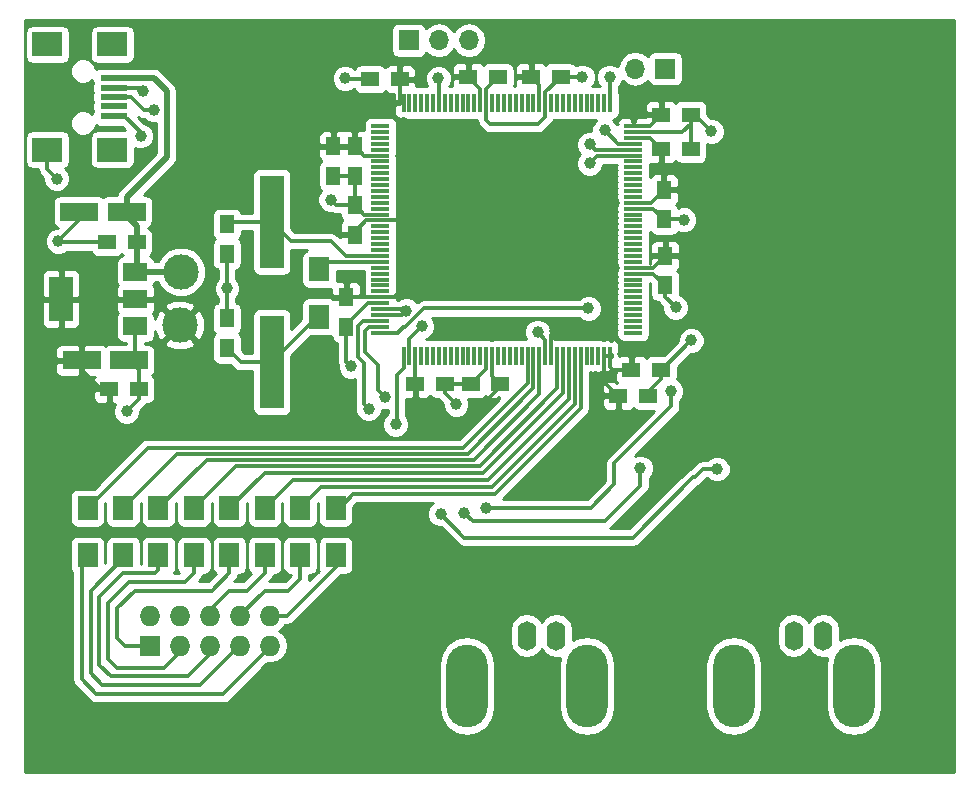
<source format=gtl>
G04 #@! TF.FileFunction,Copper,L1,Top,Signal*
%FSLAX46Y46*%
G04 Gerber Fmt 4.6, Leading zero omitted, Abs format (unit mm)*
G04 Created by KiCad (PCBNEW 4.0.5) date 05/02/17 17:06:41*
%MOMM*%
%LPD*%
G01*
G04 APERTURE LIST*
%ADD10C,0.100000*%
%ADD11R,1.500000X1.250000*%
%ADD12R,1.250000X1.500000*%
%ADD13O,3.500120X7.000240*%
%ADD14O,1.600200X2.499360*%
%ADD15R,1.700000X1.700000*%
%ADD16O,1.700000X1.700000*%
%ADD17R,2.300000X0.500000*%
%ADD18R,2.500000X2.000000*%
%ADD19R,1.700000X2.000000*%
%ADD20R,2.000000X3.800000*%
%ADD21R,2.000000X1.500000*%
%ADD22R,1.550000X0.300000*%
%ADD23R,0.300000X1.550000*%
%ADD24R,2.000000X7.875000*%
%ADD25R,1.727200X1.727200*%
%ADD26O,1.727200X1.727200*%
%ADD27R,3.200000X1.500000*%
%ADD28C,3.000000*%
%ADD29C,1.000000*%
%ADD30C,0.300000*%
%ADD31C,0.500000*%
%ADD32C,0.254000*%
G04 APERTURE END LIST*
D10*
D11*
X42150000Y-64500000D03*
X39650000Y-64500000D03*
X39850000Y-76900000D03*
X42350000Y-76900000D03*
D12*
X60600000Y-63850000D03*
X60600000Y-61350000D03*
X60600000Y-56350000D03*
X60600000Y-58850000D03*
X49800000Y-62950000D03*
X49800000Y-65450000D03*
X49800000Y-73450000D03*
X49800000Y-70950000D03*
D11*
X64450000Y-50700000D03*
X61950000Y-50700000D03*
X70250000Y-50500000D03*
X72750000Y-50500000D03*
X75550000Y-50500000D03*
X78050000Y-50500000D03*
X86550000Y-53700000D03*
X89050000Y-53700000D03*
D12*
X86800000Y-60050000D03*
X86800000Y-62550000D03*
X86900000Y-65650000D03*
X86900000Y-68150000D03*
D11*
X84050000Y-75300000D03*
X86550000Y-75300000D03*
X82950000Y-77500000D03*
X85450000Y-77500000D03*
X72950000Y-76500000D03*
X70450000Y-76500000D03*
X86550000Y-56600000D03*
X89050000Y-56600000D03*
X65750000Y-76500000D03*
X68250000Y-76500000D03*
D12*
X59900000Y-69150000D03*
X59900000Y-71650000D03*
X58800000Y-56350000D03*
X58800000Y-58850000D03*
D13*
X80297780Y-102063400D03*
X70099680Y-102063400D03*
D14*
X75200000Y-97798740D03*
X77699360Y-97798740D03*
D13*
X102897780Y-102063400D03*
X92699680Y-102063400D03*
D14*
X97800000Y-97798740D03*
X100299360Y-97798740D03*
D15*
X65200000Y-47400000D03*
D16*
X67740000Y-47400000D03*
X70280000Y-47400000D03*
D15*
X86900000Y-49800000D03*
D16*
X84360000Y-49800000D03*
D17*
X40200000Y-50600000D03*
X40200000Y-51400000D03*
X40200000Y-52200000D03*
X40200000Y-53000000D03*
X40200000Y-53800000D03*
D18*
X40100000Y-47750000D03*
X34600000Y-47750000D03*
X40100000Y-56650000D03*
X34600000Y-56650000D03*
D19*
X57600000Y-66800000D03*
X57600000Y-70800000D03*
D20*
X35750000Y-69300000D03*
D21*
X42050000Y-69300000D03*
X42050000Y-67000000D03*
X42050000Y-71600000D03*
D22*
X62800000Y-54650000D03*
X62800000Y-55150000D03*
X62800000Y-55650000D03*
X62800000Y-56150000D03*
X62800000Y-56650000D03*
X62800000Y-57150000D03*
X62800000Y-57650000D03*
X62800000Y-58150000D03*
X62800000Y-58650000D03*
X62800000Y-59150000D03*
X62800000Y-59650000D03*
X62800000Y-60150000D03*
X62800000Y-60650000D03*
X62800000Y-61150000D03*
X62800000Y-61650000D03*
X62800000Y-62150000D03*
X62800000Y-62650000D03*
X62800000Y-63150000D03*
X62800000Y-63650000D03*
X62800000Y-64150000D03*
X62800000Y-64650000D03*
X62800000Y-65150000D03*
X62800000Y-65650000D03*
X62800000Y-66150000D03*
X62800000Y-66650000D03*
X62800000Y-67150000D03*
X62800000Y-67650000D03*
X62800000Y-68150000D03*
X62800000Y-68650000D03*
X62800000Y-69150000D03*
X62800000Y-69650000D03*
X62800000Y-70150000D03*
X62800000Y-70650000D03*
X62800000Y-71150000D03*
X62800000Y-71650000D03*
X62800000Y-72150000D03*
D23*
X64750000Y-74100000D03*
X65250000Y-74100000D03*
X65750000Y-74100000D03*
X66250000Y-74100000D03*
X66750000Y-74100000D03*
X67250000Y-74100000D03*
X67750000Y-74100000D03*
X68250000Y-74100000D03*
X68750000Y-74100000D03*
X69250000Y-74100000D03*
X69750000Y-74100000D03*
X70250000Y-74100000D03*
X70750000Y-74100000D03*
X71250000Y-74100000D03*
X71750000Y-74100000D03*
X72250000Y-74100000D03*
X72750000Y-74100000D03*
X73250000Y-74100000D03*
X73750000Y-74100000D03*
X74250000Y-74100000D03*
X74750000Y-74100000D03*
X75250000Y-74100000D03*
X75750000Y-74100000D03*
X76250000Y-74100000D03*
X76750000Y-74100000D03*
X77250000Y-74100000D03*
X77750000Y-74100000D03*
X78250000Y-74100000D03*
X78750000Y-74100000D03*
X79250000Y-74100000D03*
X79750000Y-74100000D03*
X80250000Y-74100000D03*
X80750000Y-74100000D03*
X81250000Y-74100000D03*
X81750000Y-74100000D03*
X82250000Y-74100000D03*
D22*
X84200000Y-72150000D03*
X84200000Y-71650000D03*
X84200000Y-71150000D03*
X84200000Y-70650000D03*
X84200000Y-70150000D03*
X84200000Y-69650000D03*
X84200000Y-69150000D03*
X84200000Y-68650000D03*
X84200000Y-68150000D03*
X84200000Y-67650000D03*
X84200000Y-67150000D03*
X84200000Y-66650000D03*
X84200000Y-66150000D03*
X84200000Y-65650000D03*
X84200000Y-65150000D03*
X84200000Y-64650000D03*
X84200000Y-64150000D03*
X84200000Y-63650000D03*
X84200000Y-63150000D03*
X84200000Y-62650000D03*
X84200000Y-62150000D03*
X84200000Y-61650000D03*
X84200000Y-61150000D03*
X84200000Y-60650000D03*
X84200000Y-60150000D03*
X84200000Y-59650000D03*
X84200000Y-59150000D03*
X84200000Y-58650000D03*
X84200000Y-58150000D03*
X84200000Y-57650000D03*
X84200000Y-57150000D03*
X84200000Y-56650000D03*
X84200000Y-56150000D03*
X84200000Y-55650000D03*
X84200000Y-55150000D03*
X84200000Y-54650000D03*
D23*
X82250000Y-52700000D03*
X81750000Y-52700000D03*
X81250000Y-52700000D03*
X80750000Y-52700000D03*
X80250000Y-52700000D03*
X79750000Y-52700000D03*
X79250000Y-52700000D03*
X78750000Y-52700000D03*
X78250000Y-52700000D03*
X77750000Y-52700000D03*
X77250000Y-52700000D03*
X76750000Y-52700000D03*
X76250000Y-52700000D03*
X75750000Y-52700000D03*
X75250000Y-52700000D03*
X74750000Y-52700000D03*
X74250000Y-52700000D03*
X73750000Y-52700000D03*
X73250000Y-52700000D03*
X72750000Y-52700000D03*
X72250000Y-52700000D03*
X71750000Y-52700000D03*
X71250000Y-52700000D03*
X70750000Y-52700000D03*
X70250000Y-52700000D03*
X69750000Y-52700000D03*
X69250000Y-52700000D03*
X68750000Y-52700000D03*
X68250000Y-52700000D03*
X67750000Y-52700000D03*
X67250000Y-52700000D03*
X66750000Y-52700000D03*
X66250000Y-52700000D03*
X65750000Y-52700000D03*
X65250000Y-52700000D03*
X64750000Y-52700000D03*
D24*
X53600000Y-62762500D03*
X53600000Y-74637500D03*
D25*
X43300000Y-98650000D03*
D26*
X43300000Y-96110000D03*
X45840000Y-98650000D03*
X45840000Y-96110000D03*
X48380000Y-98650000D03*
X48380000Y-96110000D03*
X50920000Y-98650000D03*
X50920000Y-96110000D03*
X53460000Y-98650000D03*
X53460000Y-96110000D03*
D19*
X38000000Y-91000000D03*
X38000000Y-87000000D03*
X41000000Y-91000000D03*
X41000000Y-87000000D03*
X44000000Y-91000000D03*
X44000000Y-87000000D03*
X47000000Y-91000000D03*
X47000000Y-87000000D03*
X50000000Y-91000000D03*
X50000000Y-87000000D03*
X53000000Y-91000000D03*
X53000000Y-87000000D03*
X56000000Y-91000000D03*
X56000000Y-87000000D03*
X59000000Y-91000000D03*
X59000000Y-87000000D03*
D27*
X41300000Y-61900000D03*
X37300000Y-61900000D03*
X37500000Y-74500000D03*
X41500000Y-74500000D03*
D28*
X45900000Y-67000000D03*
X45800000Y-71500000D03*
D29*
X42500000Y-55500000D03*
X59800000Y-50600000D03*
X35400000Y-59100000D03*
X69200000Y-78200000D03*
X60300000Y-75000000D03*
X66300000Y-71600000D03*
X58600000Y-60900000D03*
X76100000Y-72100000D03*
X88500000Y-62600000D03*
X87800000Y-70000000D03*
X89100000Y-72800000D03*
X90800000Y-55100000D03*
X79900000Y-50500000D03*
X49800000Y-68400000D03*
X41300000Y-78800000D03*
X35500000Y-64400000D03*
X82100000Y-47300000D03*
X70400000Y-79300000D03*
X49900000Y-77600000D03*
X77600000Y-72000000D03*
X104100000Y-83100000D03*
X88400000Y-87600000D03*
X79500000Y-81700000D03*
X86400000Y-91300000D03*
X65000000Y-70300000D03*
X67700000Y-50600000D03*
X81800000Y-55000000D03*
X82200000Y-50500000D03*
X80500000Y-57800000D03*
X42700000Y-51700000D03*
X80500000Y-56200000D03*
X43600000Y-53300000D03*
X61800000Y-78600000D03*
X69900000Y-87400000D03*
X84800000Y-83600000D03*
X80400000Y-70100000D03*
X91300000Y-83700000D03*
X67900000Y-87500000D03*
X64100000Y-79900000D03*
X63200000Y-77600000D03*
X71700000Y-87000000D03*
X87400000Y-77100000D03*
D30*
X41100000Y-53800000D02*
X42500000Y-55200000D01*
X42500000Y-55200000D02*
X42500000Y-55500000D01*
X61950000Y-50700000D02*
X59900000Y-50700000D01*
X59900000Y-50700000D02*
X59800000Y-50600000D01*
X34600000Y-56650000D02*
X34600000Y-58300000D01*
X34600000Y-58300000D02*
X35400000Y-59100000D01*
X68250000Y-76500000D02*
X68250000Y-77250000D01*
X68250000Y-77250000D02*
X69200000Y-78200000D01*
X59900000Y-71650000D02*
X59900000Y-74600000D01*
X59900000Y-74600000D02*
X60300000Y-75000000D01*
X65250000Y-74100000D02*
X65250000Y-72650000D01*
X65250000Y-72650000D02*
X66300000Y-71600000D01*
X68250000Y-76500000D02*
X70450000Y-76500000D01*
X71750000Y-74100000D02*
X71750000Y-75200000D01*
X71750000Y-75200000D02*
X70450000Y-76500000D01*
X60600000Y-61350000D02*
X59050000Y-61350000D01*
X59050000Y-61350000D02*
X58600000Y-60900000D01*
X76750000Y-74100000D02*
X76750000Y-72750000D01*
X76750000Y-72750000D02*
X76100000Y-72100000D01*
X86800000Y-62550000D02*
X88450000Y-62550000D01*
X88450000Y-62550000D02*
X88500000Y-62600000D01*
X86900000Y-68150000D02*
X86900000Y-69100000D01*
X86900000Y-69100000D02*
X87800000Y-70000000D01*
X62800000Y-69650000D02*
X61750000Y-69650000D01*
X61750000Y-69650000D02*
X59900000Y-71500000D01*
X59900000Y-71500000D02*
X59900000Y-71650000D01*
X62800000Y-62150000D02*
X61400000Y-62150000D01*
X61400000Y-62150000D02*
X60600000Y-61350000D01*
X60600000Y-61350000D02*
X60600000Y-58850000D01*
X58800000Y-58850000D02*
X60600000Y-58850000D01*
X85450000Y-77500000D02*
X85450000Y-77150000D01*
X85450000Y-77150000D02*
X86550000Y-76050000D01*
X86550000Y-76050000D02*
X86550000Y-75300000D01*
X86550000Y-75300000D02*
X86600000Y-75300000D01*
X86600000Y-75300000D02*
X89100000Y-72800000D01*
X84200000Y-61650000D02*
X85900000Y-61650000D01*
X85900000Y-61650000D02*
X86800000Y-62550000D01*
X89050000Y-53700000D02*
X89400000Y-53700000D01*
X89400000Y-53700000D02*
X90800000Y-55100000D01*
X89050000Y-56600000D02*
X89050000Y-53700000D01*
X84200000Y-55150000D02*
X88350000Y-55150000D01*
X89050000Y-54450000D02*
X89050000Y-53700000D01*
X88350000Y-55150000D02*
X89050000Y-54450000D01*
X84200000Y-67150000D02*
X85900000Y-67150000D01*
X85900000Y-67150000D02*
X86900000Y-68150000D01*
X78050000Y-50500000D02*
X79900000Y-50500000D01*
X71750000Y-52700000D02*
X71750000Y-54150000D01*
X76750000Y-53850000D02*
X76750000Y-52700000D01*
X76100000Y-54500000D02*
X76750000Y-53850000D01*
X72100000Y-54500000D02*
X76100000Y-54500000D01*
X71750000Y-54150000D02*
X72100000Y-54500000D01*
X76750000Y-52700000D02*
X76750000Y-51800000D01*
X76750000Y-51800000D02*
X78050000Y-50500000D01*
X71750000Y-52700000D02*
X71750000Y-51500000D01*
X71750000Y-51500000D02*
X72750000Y-50500000D01*
X49800000Y-65450000D02*
X49800000Y-68400000D01*
X49800000Y-68400000D02*
X49800000Y-70950000D01*
X40200000Y-53800000D02*
X41100000Y-53800000D01*
X42350000Y-76900000D02*
X42350000Y-77750000D01*
X42350000Y-77750000D02*
X41300000Y-78800000D01*
X42350000Y-76900000D02*
X42350000Y-75350000D01*
X42350000Y-75350000D02*
X41500000Y-74500000D01*
X42050000Y-71600000D02*
X42050000Y-73950000D01*
X42050000Y-73950000D02*
X41500000Y-74500000D01*
X39650000Y-64500000D02*
X35600000Y-64500000D01*
X35500000Y-64400000D02*
X37300000Y-62600000D01*
X35600000Y-64500000D02*
X35500000Y-64400000D01*
X37300000Y-61900000D02*
X37300000Y-62600000D01*
D31*
X42050000Y-67000000D02*
X45900000Y-67000000D01*
X40200000Y-50600000D02*
X43600000Y-50600000D01*
X41300000Y-60700000D02*
X41300000Y-61900000D01*
X44700000Y-57300000D02*
X41300000Y-60700000D01*
X44700000Y-51700000D02*
X44700000Y-57300000D01*
X43600000Y-50600000D02*
X44700000Y-51700000D01*
X41300000Y-61900000D02*
X41300000Y-62300000D01*
X41300000Y-62300000D02*
X42150000Y-63150000D01*
X42150000Y-63150000D02*
X42150000Y-64500000D01*
X42150000Y-64500000D02*
X42150000Y-66900000D01*
X42150000Y-66900000D02*
X42050000Y-67000000D01*
D30*
X81750000Y-74100000D02*
X82250000Y-74100000D01*
X72950000Y-76500000D02*
X72950000Y-76750000D01*
X72950000Y-76750000D02*
X70400000Y-79300000D01*
X65750000Y-74100000D02*
X65750000Y-76500000D01*
X72250000Y-74100000D02*
X72250000Y-75800000D01*
X72250000Y-75800000D02*
X72950000Y-76500000D01*
X62800000Y-57150000D02*
X61400000Y-57150000D01*
X61400000Y-57150000D02*
X60600000Y-56350000D01*
X62800000Y-69150000D02*
X63950000Y-69150000D01*
X64350000Y-62650000D02*
X62800000Y-62650000D01*
X64700000Y-63000000D02*
X64350000Y-62650000D01*
X64700000Y-68400000D02*
X64700000Y-63000000D01*
X63950000Y-69150000D02*
X64700000Y-68400000D01*
X77250000Y-72350000D02*
X77600000Y-72000000D01*
X77250000Y-72350000D02*
X77250000Y-74100000D01*
X62800000Y-69150000D02*
X59900000Y-69150000D01*
X62800000Y-62650000D02*
X61550000Y-62650000D01*
X61550000Y-62650000D02*
X60600000Y-63600000D01*
X60600000Y-63600000D02*
X60600000Y-63850000D01*
X81750000Y-74100000D02*
X81750000Y-76300000D01*
X81750000Y-76300000D02*
X82950000Y-77500000D01*
X82250000Y-74100000D02*
X82250000Y-75050000D01*
X82250000Y-75050000D02*
X82500000Y-75300000D01*
X82500000Y-75300000D02*
X84050000Y-75300000D01*
X84200000Y-61150000D02*
X85700000Y-61150000D01*
X85700000Y-61150000D02*
X86800000Y-60050000D01*
X84200000Y-54650000D02*
X85600000Y-54650000D01*
X85600000Y-54650000D02*
X86550000Y-53700000D01*
X84200000Y-66650000D02*
X85900000Y-66650000D01*
X85900000Y-66650000D02*
X86900000Y-65650000D01*
X76250000Y-52700000D02*
X76250000Y-51200000D01*
X76250000Y-51200000D02*
X75550000Y-50500000D01*
X71250000Y-52700000D02*
X71250000Y-51500000D01*
X71250000Y-51500000D02*
X70250000Y-50500000D01*
X64450000Y-50700000D02*
X64450000Y-52400000D01*
X64450000Y-52400000D02*
X64750000Y-52700000D01*
X37500000Y-74500000D02*
X37500000Y-75300000D01*
X37500000Y-75300000D02*
X39100000Y-76900000D01*
X39100000Y-76900000D02*
X39850000Y-76900000D01*
X42050000Y-69300000D02*
X35750000Y-69300000D01*
X37500000Y-74500000D02*
X37500000Y-69500000D01*
X37300000Y-69300000D02*
X35750000Y-69300000D01*
X37500000Y-69500000D02*
X37300000Y-69300000D01*
X84200000Y-55650000D02*
X85600000Y-55650000D01*
X85600000Y-55650000D02*
X86550000Y-56600000D01*
X62800000Y-70650000D02*
X64650000Y-70650000D01*
X64650000Y-70650000D02*
X65000000Y-70300000D01*
X64850000Y-70150000D02*
X65000000Y-70300000D01*
X64850000Y-70150000D02*
X62800000Y-70150000D01*
X53600000Y-62762500D02*
X49987500Y-62762500D01*
X49987500Y-62762500D02*
X49800000Y-62950000D01*
X62800000Y-65650000D02*
X59850000Y-65650000D01*
X55237500Y-64400000D02*
X53600000Y-62762500D01*
X58600000Y-64400000D02*
X55237500Y-64400000D01*
X59850000Y-65650000D02*
X58600000Y-64400000D01*
X62800000Y-66150000D02*
X58250000Y-66150000D01*
X58250000Y-66150000D02*
X57600000Y-66800000D01*
X67750000Y-50650000D02*
X67700000Y-50600000D01*
X67750000Y-50650000D02*
X67750000Y-52700000D01*
X67750000Y-47410000D02*
X67740000Y-47400000D01*
X65100000Y-47500000D02*
X65200000Y-47400000D01*
X75250000Y-74100000D02*
X75250000Y-76450000D01*
X43100000Y-81900000D02*
X38000000Y-87000000D01*
X69800000Y-81900000D02*
X43100000Y-81900000D01*
X75250000Y-76450000D02*
X69800000Y-81900000D01*
X75750000Y-74100000D02*
X75750000Y-76850000D01*
X45600000Y-82400000D02*
X41000000Y-87000000D01*
X70200000Y-82400000D02*
X45600000Y-82400000D01*
X75750000Y-76850000D02*
X70200000Y-82400000D01*
X76250000Y-74100000D02*
X76250000Y-77350000D01*
X76250000Y-77350000D02*
X70700000Y-82900000D01*
X48100000Y-82900000D02*
X44000000Y-87000000D01*
X70700000Y-82900000D02*
X48100000Y-82900000D01*
X77750000Y-74100000D02*
X77750000Y-76850000D01*
X50600000Y-83400000D02*
X47000000Y-87000000D01*
X71200000Y-83400000D02*
X50600000Y-83400000D01*
X77750000Y-76850000D02*
X71200000Y-83400000D01*
X78250000Y-74100000D02*
X78250000Y-77250000D01*
X78250000Y-77250000D02*
X71500000Y-84000000D01*
X53000000Y-84000000D02*
X50000000Y-87000000D01*
X71500000Y-84000000D02*
X53000000Y-84000000D01*
X78750000Y-74100000D02*
X78750000Y-77750000D01*
X78750000Y-77750000D02*
X71900000Y-84600000D01*
X55400000Y-84600000D02*
X53000000Y-87000000D01*
X71900000Y-84600000D02*
X55400000Y-84600000D01*
X79250000Y-74100000D02*
X79250000Y-78150000D01*
X57800000Y-85200000D02*
X56000000Y-87000000D01*
X72200000Y-85200000D02*
X57800000Y-85200000D01*
X79250000Y-78150000D02*
X72200000Y-85200000D01*
X79750000Y-74100000D02*
X79750000Y-78550000D01*
X60500000Y-85800000D02*
X59000000Y-87300000D01*
X72500000Y-85800000D02*
X60500000Y-85800000D01*
X79750000Y-78550000D02*
X72500000Y-85800000D01*
X82950000Y-56150000D02*
X81800000Y-55000000D01*
X84200000Y-56150000D02*
X82950000Y-56150000D01*
X86900000Y-50000000D02*
X86900000Y-49800000D01*
X82250000Y-50550000D02*
X82200000Y-50500000D01*
X82250000Y-52700000D02*
X82250000Y-50550000D01*
X81150000Y-57150000D02*
X80500000Y-57800000D01*
X84200000Y-57150000D02*
X81150000Y-57150000D01*
X42400000Y-51400000D02*
X42700000Y-51700000D01*
X42400000Y-51400000D02*
X40200000Y-51400000D01*
X80950000Y-56650000D02*
X80500000Y-56200000D01*
X84200000Y-56650000D02*
X80950000Y-56650000D01*
X41700000Y-52200000D02*
X42800000Y-53300000D01*
X42800000Y-53300000D02*
X43600000Y-53300000D01*
X41700000Y-52200000D02*
X40200000Y-52200000D01*
X62800000Y-71150000D02*
X61350000Y-71150000D01*
X84800000Y-85100000D02*
X81800000Y-88100000D01*
X81800000Y-88100000D02*
X70600000Y-88100000D01*
X70600000Y-88100000D02*
X69900000Y-87400000D01*
X84800000Y-83600000D02*
X84800000Y-85100000D01*
X61400000Y-78200000D02*
X61800000Y-78600000D01*
X61400000Y-74700000D02*
X61400000Y-78200000D01*
X60900000Y-74200000D02*
X61400000Y-74700000D01*
X60900000Y-71600000D02*
X60900000Y-74200000D01*
X61350000Y-71150000D02*
X60900000Y-71600000D01*
X57600000Y-70800000D02*
X57437500Y-70800000D01*
X57437500Y-70800000D02*
X53600000Y-74637500D01*
X58000000Y-70700000D02*
X57537500Y-70700000D01*
X53600000Y-74637500D02*
X50987500Y-74637500D01*
X50987500Y-74637500D02*
X49800000Y-73450000D01*
X43300000Y-98650000D02*
X41150000Y-98650000D01*
X50000000Y-92500000D02*
X50000000Y-91000000D01*
X48500000Y-94000000D02*
X50000000Y-92500000D01*
X42000000Y-94000000D02*
X48500000Y-94000000D01*
X40500000Y-95500000D02*
X42000000Y-94000000D01*
X40500000Y-98000000D02*
X40500000Y-95500000D01*
X41150000Y-98650000D02*
X40500000Y-98000000D01*
X45840000Y-98650000D02*
X45840000Y-99160000D01*
X45840000Y-99160000D02*
X44500000Y-100500000D01*
X44500000Y-100500000D02*
X40500000Y-100500000D01*
X40500000Y-100500000D02*
X39750000Y-99750000D01*
X39750000Y-99750000D02*
X39750000Y-95000000D01*
X39750000Y-95000000D02*
X41500000Y-93250000D01*
X41500000Y-93250000D02*
X46250000Y-93250000D01*
X46250000Y-93250000D02*
X47000000Y-92500000D01*
X47000000Y-92500000D02*
X47000000Y-91000000D01*
X48380000Y-98650000D02*
X48380000Y-99370000D01*
X48380000Y-99370000D02*
X46500000Y-101250000D01*
X46500000Y-101250000D02*
X40000000Y-101250000D01*
X40000000Y-101250000D02*
X39000000Y-100250000D01*
X39000000Y-100250000D02*
X39000000Y-94500000D01*
X39000000Y-94500000D02*
X41000000Y-92500000D01*
X41000000Y-92500000D02*
X43750000Y-92500000D01*
X43750000Y-92500000D02*
X44000000Y-92250000D01*
X44000000Y-92250000D02*
X44000000Y-91000000D01*
X48380000Y-96110000D02*
X48380000Y-95620000D01*
X48380000Y-95620000D02*
X50000000Y-94000000D01*
X50000000Y-94000000D02*
X51500000Y-94000000D01*
X51500000Y-94000000D02*
X53000000Y-92500000D01*
X53000000Y-92500000D02*
X53000000Y-91000000D01*
X50920000Y-98650000D02*
X50850000Y-98650000D01*
X50850000Y-98650000D02*
X47500000Y-102000000D01*
X47500000Y-102000000D02*
X39250000Y-102000000D01*
X39250000Y-102000000D02*
X38250000Y-101000000D01*
X38250000Y-101000000D02*
X38250000Y-94000000D01*
X38250000Y-94000000D02*
X41000000Y-91250000D01*
X41000000Y-91250000D02*
X41000000Y-91000000D01*
X50920000Y-96110000D02*
X50920000Y-96080000D01*
X50920000Y-96080000D02*
X53000000Y-94000000D01*
X53000000Y-94000000D02*
X55000000Y-94000000D01*
X55000000Y-94000000D02*
X56000000Y-93000000D01*
X56000000Y-93000000D02*
X56000000Y-91000000D01*
X53460000Y-98650000D02*
X53460000Y-98790000D01*
X53460000Y-98790000D02*
X49500000Y-102750000D01*
X49500000Y-102750000D02*
X38750000Y-102750000D01*
X38750000Y-102750000D02*
X37500000Y-101500000D01*
X37500000Y-101500000D02*
X37500000Y-91000000D01*
X59000000Y-91000000D02*
X59000000Y-92000000D01*
X59000000Y-92000000D02*
X54890000Y-96110000D01*
X54890000Y-96110000D02*
X53460000Y-96110000D01*
X64700000Y-71700000D02*
X64900000Y-71700000D01*
X64250000Y-72150000D02*
X64700000Y-71700000D01*
X62800000Y-72150000D02*
X64250000Y-72150000D01*
X66500000Y-70100000D02*
X80400000Y-70100000D01*
X64900000Y-71700000D02*
X66500000Y-70100000D01*
X91300000Y-83700000D02*
X90100000Y-83700000D01*
X90100000Y-83700000D02*
X89400000Y-84400000D01*
X64750000Y-74100000D02*
X64750000Y-75150000D01*
X64750000Y-75150000D02*
X64200000Y-75700000D01*
X64200000Y-75700000D02*
X64200000Y-79800000D01*
X64200000Y-79800000D02*
X64100000Y-79900000D01*
X89300000Y-84400000D02*
X84200000Y-89500000D01*
X84200000Y-89500000D02*
X69900000Y-89500000D01*
X69900000Y-89500000D02*
X67900000Y-87500000D01*
X89400000Y-84400000D02*
X89300000Y-84400000D01*
X62800000Y-71650000D02*
X61830002Y-71650000D01*
X80600000Y-87000000D02*
X71700000Y-87000000D01*
X82600000Y-85000000D02*
X80600000Y-87000000D01*
X82600000Y-83200000D02*
X82600000Y-85000000D01*
X87400000Y-78400000D02*
X82600000Y-83200000D01*
X87400000Y-77100000D02*
X87400000Y-78400000D01*
X62600000Y-77000000D02*
X63200000Y-77600000D01*
X62600000Y-74900000D02*
X62600000Y-77000000D01*
X61500000Y-73800000D02*
X62600000Y-74900000D01*
X61500000Y-71980002D02*
X61500000Y-73800000D01*
X61830002Y-71650000D02*
X61500000Y-71980002D01*
D32*
G36*
X111315000Y-109315000D02*
X32685000Y-109315000D01*
X32685000Y-90000000D01*
X36502560Y-90000000D01*
X36502560Y-92000000D01*
X36546838Y-92235317D01*
X36685910Y-92451441D01*
X36715000Y-92471317D01*
X36715000Y-101500000D01*
X36774755Y-101800407D01*
X36944921Y-102055079D01*
X38194921Y-103305079D01*
X38449593Y-103475245D01*
X38750000Y-103535000D01*
X49500000Y-103535000D01*
X49800407Y-103475245D01*
X50055079Y-103305079D01*
X53127830Y-100232328D01*
X67714620Y-100232328D01*
X67714620Y-103894472D01*
X67896172Y-104807195D01*
X68413188Y-105580964D01*
X69186957Y-106097980D01*
X70099680Y-106279532D01*
X71012403Y-106097980D01*
X71786172Y-105580964D01*
X72303188Y-104807195D01*
X72484740Y-103894472D01*
X72484740Y-100232328D01*
X72303188Y-99319605D01*
X71786172Y-98545836D01*
X71012403Y-98028820D01*
X70099680Y-97847268D01*
X69186957Y-98028820D01*
X68413188Y-98545836D01*
X67896172Y-99319605D01*
X67714620Y-100232328D01*
X53127830Y-100232328D01*
X53247906Y-100112252D01*
X53430641Y-100148600D01*
X53489359Y-100148600D01*
X54062848Y-100034526D01*
X54549029Y-99709670D01*
X54873885Y-99223489D01*
X54987959Y-98650000D01*
X54873885Y-98076511D01*
X54549029Y-97590330D01*
X54234248Y-97380000D01*
X54335662Y-97312237D01*
X73764900Y-97312237D01*
X73764900Y-98285243D01*
X73874140Y-98834432D01*
X74185231Y-99300012D01*
X74650811Y-99611103D01*
X75200000Y-99720343D01*
X75749189Y-99611103D01*
X76214769Y-99300012D01*
X76449680Y-98948443D01*
X76684591Y-99300012D01*
X77150171Y-99611103D01*
X77699360Y-99720343D01*
X78027545Y-99655063D01*
X77912720Y-100232328D01*
X77912720Y-103894472D01*
X78094272Y-104807195D01*
X78611288Y-105580964D01*
X79385057Y-106097980D01*
X80297780Y-106279532D01*
X81210503Y-106097980D01*
X81984272Y-105580964D01*
X82501288Y-104807195D01*
X82682840Y-103894472D01*
X82682840Y-100232328D01*
X90314620Y-100232328D01*
X90314620Y-103894472D01*
X90496172Y-104807195D01*
X91013188Y-105580964D01*
X91786957Y-106097980D01*
X92699680Y-106279532D01*
X93612403Y-106097980D01*
X94386172Y-105580964D01*
X94903188Y-104807195D01*
X95084740Y-103894472D01*
X95084740Y-100232328D01*
X94903188Y-99319605D01*
X94386172Y-98545836D01*
X93612403Y-98028820D01*
X92699680Y-97847268D01*
X91786957Y-98028820D01*
X91013188Y-98545836D01*
X90496172Y-99319605D01*
X90314620Y-100232328D01*
X82682840Y-100232328D01*
X82501288Y-99319605D01*
X81984272Y-98545836D01*
X81210503Y-98028820D01*
X80297780Y-97847268D01*
X79385057Y-98028820D01*
X79134460Y-98196264D01*
X79134460Y-97312237D01*
X96364900Y-97312237D01*
X96364900Y-98285243D01*
X96474140Y-98834432D01*
X96785231Y-99300012D01*
X97250811Y-99611103D01*
X97800000Y-99720343D01*
X98349189Y-99611103D01*
X98814769Y-99300012D01*
X99049680Y-98948443D01*
X99284591Y-99300012D01*
X99750171Y-99611103D01*
X100299360Y-99720343D01*
X100627545Y-99655063D01*
X100512720Y-100232328D01*
X100512720Y-103894472D01*
X100694272Y-104807195D01*
X101211288Y-105580964D01*
X101985057Y-106097980D01*
X102897780Y-106279532D01*
X103810503Y-106097980D01*
X104584272Y-105580964D01*
X105101288Y-104807195D01*
X105282840Y-103894472D01*
X105282840Y-100232328D01*
X105101288Y-99319605D01*
X104584272Y-98545836D01*
X103810503Y-98028820D01*
X102897780Y-97847268D01*
X101985057Y-98028820D01*
X101734460Y-98196264D01*
X101734460Y-97312237D01*
X101625220Y-96763048D01*
X101314129Y-96297468D01*
X100848549Y-95986377D01*
X100299360Y-95877137D01*
X99750171Y-95986377D01*
X99284591Y-96297468D01*
X99049680Y-96649037D01*
X98814769Y-96297468D01*
X98349189Y-95986377D01*
X97800000Y-95877137D01*
X97250811Y-95986377D01*
X96785231Y-96297468D01*
X96474140Y-96763048D01*
X96364900Y-97312237D01*
X79134460Y-97312237D01*
X79025220Y-96763048D01*
X78714129Y-96297468D01*
X78248549Y-95986377D01*
X77699360Y-95877137D01*
X77150171Y-95986377D01*
X76684591Y-96297468D01*
X76449680Y-96649037D01*
X76214769Y-96297468D01*
X75749189Y-95986377D01*
X75200000Y-95877137D01*
X74650811Y-95986377D01*
X74185231Y-96297468D01*
X73874140Y-96763048D01*
X73764900Y-97312237D01*
X54335662Y-97312237D01*
X54549029Y-97169670D01*
X54732558Y-96895000D01*
X54890000Y-96895000D01*
X55190407Y-96835245D01*
X55445079Y-96665079D01*
X59462718Y-92647440D01*
X59850000Y-92647440D01*
X60085317Y-92603162D01*
X60301441Y-92464090D01*
X60446431Y-92251890D01*
X60497440Y-92000000D01*
X60497440Y-90000000D01*
X60453162Y-89764683D01*
X60314090Y-89548559D01*
X60101890Y-89403569D01*
X59850000Y-89352560D01*
X58150000Y-89352560D01*
X57914683Y-89396838D01*
X57698559Y-89535910D01*
X57553569Y-89748110D01*
X57502560Y-90000000D01*
X57502560Y-92000000D01*
X57546838Y-92235317D01*
X57589001Y-92300841D01*
X56758968Y-93130874D01*
X56785001Y-93000000D01*
X56785000Y-92999995D01*
X56785000Y-92647440D01*
X56850000Y-92647440D01*
X57085317Y-92603162D01*
X57301441Y-92464090D01*
X57446431Y-92251890D01*
X57497440Y-92000000D01*
X57497440Y-90000000D01*
X57453162Y-89764683D01*
X57314090Y-89548559D01*
X57101890Y-89403569D01*
X56850000Y-89352560D01*
X55150000Y-89352560D01*
X54914683Y-89396838D01*
X54698559Y-89535910D01*
X54553569Y-89748110D01*
X54502560Y-90000000D01*
X54502560Y-92000000D01*
X54546838Y-92235317D01*
X54685910Y-92451441D01*
X54898110Y-92596431D01*
X55150000Y-92647440D01*
X55215000Y-92647440D01*
X55215000Y-92674842D01*
X54674842Y-93215000D01*
X53395158Y-93215000D01*
X53555079Y-93055079D01*
X53725245Y-92800407D01*
X53755672Y-92647440D01*
X53850000Y-92647440D01*
X54085317Y-92603162D01*
X54301441Y-92464090D01*
X54446431Y-92251890D01*
X54497440Y-92000000D01*
X54497440Y-90000000D01*
X54453162Y-89764683D01*
X54314090Y-89548559D01*
X54101890Y-89403569D01*
X53850000Y-89352560D01*
X52150000Y-89352560D01*
X51914683Y-89396838D01*
X51698559Y-89535910D01*
X51553569Y-89748110D01*
X51502560Y-90000000D01*
X51502560Y-92000000D01*
X51546838Y-92235317D01*
X51685910Y-92451441D01*
X51835910Y-92553932D01*
X51174842Y-93215000D01*
X50395158Y-93215000D01*
X50555079Y-93055079D01*
X50725245Y-92800407D01*
X50755672Y-92647440D01*
X50850000Y-92647440D01*
X51085317Y-92603162D01*
X51301441Y-92464090D01*
X51446431Y-92251890D01*
X51497440Y-92000000D01*
X51497440Y-90000000D01*
X51453162Y-89764683D01*
X51314090Y-89548559D01*
X51101890Y-89403569D01*
X50850000Y-89352560D01*
X49150000Y-89352560D01*
X48914683Y-89396838D01*
X48698559Y-89535910D01*
X48553569Y-89748110D01*
X48502560Y-90000000D01*
X48502560Y-92000000D01*
X48546838Y-92235317D01*
X48685910Y-92451441D01*
X48835910Y-92553932D01*
X48174842Y-93215000D01*
X47395158Y-93215000D01*
X47555079Y-93055079D01*
X47725245Y-92800407D01*
X47755672Y-92647440D01*
X47850000Y-92647440D01*
X48085317Y-92603162D01*
X48301441Y-92464090D01*
X48446431Y-92251890D01*
X48497440Y-92000000D01*
X48497440Y-90000000D01*
X48453162Y-89764683D01*
X48314090Y-89548559D01*
X48101890Y-89403569D01*
X47850000Y-89352560D01*
X46150000Y-89352560D01*
X45914683Y-89396838D01*
X45698559Y-89535910D01*
X45553569Y-89748110D01*
X45502560Y-90000000D01*
X45502560Y-92000000D01*
X45546838Y-92235317D01*
X45685910Y-92451441D01*
X45705754Y-92465000D01*
X45300027Y-92465000D01*
X45301441Y-92464090D01*
X45446431Y-92251890D01*
X45497440Y-92000000D01*
X45497440Y-90000000D01*
X45453162Y-89764683D01*
X45314090Y-89548559D01*
X45101890Y-89403569D01*
X44850000Y-89352560D01*
X43150000Y-89352560D01*
X42914683Y-89396838D01*
X42698559Y-89535910D01*
X42553569Y-89748110D01*
X42502560Y-90000000D01*
X42502560Y-91715000D01*
X42497440Y-91715000D01*
X42497440Y-90000000D01*
X42453162Y-89764683D01*
X42314090Y-89548559D01*
X42101890Y-89403569D01*
X41850000Y-89352560D01*
X40150000Y-89352560D01*
X39914683Y-89396838D01*
X39698559Y-89535910D01*
X39553569Y-89748110D01*
X39502560Y-90000000D01*
X39502560Y-91637282D01*
X39497440Y-91642402D01*
X39497440Y-90000000D01*
X39453162Y-89764683D01*
X39314090Y-89548559D01*
X39101890Y-89403569D01*
X38850000Y-89352560D01*
X37150000Y-89352560D01*
X36914683Y-89396838D01*
X36698559Y-89535910D01*
X36553569Y-89748110D01*
X36502560Y-90000000D01*
X32685000Y-90000000D01*
X32685000Y-86000000D01*
X36502560Y-86000000D01*
X36502560Y-88000000D01*
X36546838Y-88235317D01*
X36685910Y-88451441D01*
X36898110Y-88596431D01*
X37150000Y-88647440D01*
X38850000Y-88647440D01*
X39085317Y-88603162D01*
X39301441Y-88464090D01*
X39446431Y-88251890D01*
X39497440Y-88000000D01*
X39497440Y-86612718D01*
X39502560Y-86607598D01*
X39502560Y-88000000D01*
X39546838Y-88235317D01*
X39685910Y-88451441D01*
X39898110Y-88596431D01*
X40150000Y-88647440D01*
X41850000Y-88647440D01*
X42085317Y-88603162D01*
X42301441Y-88464090D01*
X42446431Y-88251890D01*
X42497440Y-88000000D01*
X42497440Y-86612718D01*
X42502560Y-86607598D01*
X42502560Y-88000000D01*
X42546838Y-88235317D01*
X42685910Y-88451441D01*
X42898110Y-88596431D01*
X43150000Y-88647440D01*
X44850000Y-88647440D01*
X45085317Y-88603162D01*
X45301441Y-88464090D01*
X45446431Y-88251890D01*
X45497440Y-88000000D01*
X45497440Y-86612718D01*
X45502560Y-86607598D01*
X45502560Y-88000000D01*
X45546838Y-88235317D01*
X45685910Y-88451441D01*
X45898110Y-88596431D01*
X46150000Y-88647440D01*
X47850000Y-88647440D01*
X48085317Y-88603162D01*
X48301441Y-88464090D01*
X48446431Y-88251890D01*
X48497440Y-88000000D01*
X48497440Y-86612718D01*
X48502560Y-86607598D01*
X48502560Y-88000000D01*
X48546838Y-88235317D01*
X48685910Y-88451441D01*
X48898110Y-88596431D01*
X49150000Y-88647440D01*
X50850000Y-88647440D01*
X51085317Y-88603162D01*
X51301441Y-88464090D01*
X51446431Y-88251890D01*
X51497440Y-88000000D01*
X51497440Y-86612718D01*
X51502560Y-86607598D01*
X51502560Y-88000000D01*
X51546838Y-88235317D01*
X51685910Y-88451441D01*
X51898110Y-88596431D01*
X52150000Y-88647440D01*
X53850000Y-88647440D01*
X54085317Y-88603162D01*
X54301441Y-88464090D01*
X54446431Y-88251890D01*
X54497440Y-88000000D01*
X54497440Y-86612718D01*
X54502560Y-86607598D01*
X54502560Y-88000000D01*
X54546838Y-88235317D01*
X54685910Y-88451441D01*
X54898110Y-88596431D01*
X55150000Y-88647440D01*
X56850000Y-88647440D01*
X57085317Y-88603162D01*
X57301441Y-88464090D01*
X57446431Y-88251890D01*
X57497440Y-88000000D01*
X57497440Y-86612718D01*
X57502560Y-86607598D01*
X57502560Y-88000000D01*
X57546838Y-88235317D01*
X57685910Y-88451441D01*
X57898110Y-88596431D01*
X58150000Y-88647440D01*
X59850000Y-88647440D01*
X60085317Y-88603162D01*
X60301441Y-88464090D01*
X60446431Y-88251890D01*
X60497440Y-88000000D01*
X60497440Y-86912718D01*
X60825158Y-86585000D01*
X67210064Y-86585000D01*
X66938355Y-86856235D01*
X66765197Y-87273244D01*
X66764803Y-87724775D01*
X66937233Y-88142086D01*
X67256235Y-88461645D01*
X67673244Y-88634803D01*
X67924865Y-88635023D01*
X69344921Y-90055079D01*
X69599593Y-90225245D01*
X69900000Y-90285000D01*
X84200000Y-90285000D01*
X84500407Y-90225245D01*
X84755079Y-90055079D01*
X89681066Y-85129092D01*
X89700407Y-85125245D01*
X89955079Y-84955079D01*
X90425157Y-84485000D01*
X90479898Y-84485000D01*
X90656235Y-84661645D01*
X91073244Y-84834803D01*
X91524775Y-84835197D01*
X91942086Y-84662767D01*
X92261645Y-84343765D01*
X92434803Y-83926756D01*
X92435197Y-83475225D01*
X92262767Y-83057914D01*
X91943765Y-82738355D01*
X91526756Y-82565197D01*
X91075225Y-82564803D01*
X90657914Y-82737233D01*
X90479837Y-82915000D01*
X90100000Y-82915000D01*
X89799594Y-82974755D01*
X89544921Y-83144921D01*
X89544919Y-83144924D01*
X89018935Y-83670908D01*
X88999593Y-83674755D01*
X88744921Y-83844921D01*
X83874842Y-88715000D01*
X82265401Y-88715000D01*
X82355079Y-88655079D01*
X85355079Y-85655079D01*
X85525245Y-85400406D01*
X85585000Y-85100000D01*
X85585000Y-84420102D01*
X85761645Y-84243765D01*
X85934803Y-83826756D01*
X85935197Y-83375225D01*
X85762767Y-82957914D01*
X85443765Y-82638355D01*
X85026756Y-82465197D01*
X84575225Y-82464803D01*
X84353909Y-82556249D01*
X87955079Y-78955079D01*
X88125245Y-78700407D01*
X88185000Y-78400000D01*
X88185000Y-77920102D01*
X88361645Y-77743765D01*
X88534803Y-77326756D01*
X88535197Y-76875225D01*
X88362767Y-76457914D01*
X88043765Y-76138355D01*
X87915057Y-76084911D01*
X87947440Y-75925000D01*
X87947440Y-75062718D01*
X89075179Y-73934979D01*
X89324775Y-73935197D01*
X89742086Y-73762767D01*
X90061645Y-73443765D01*
X90234803Y-73026756D01*
X90235197Y-72575225D01*
X90062767Y-72157914D01*
X89743765Y-71838355D01*
X89326756Y-71665197D01*
X88875225Y-71664803D01*
X88457914Y-71837233D01*
X88138355Y-72156235D01*
X87965197Y-72573244D01*
X87964977Y-72824865D01*
X86762282Y-74027560D01*
X85800000Y-74027560D01*
X85564683Y-74071838D01*
X85348559Y-74210910D01*
X85302031Y-74279006D01*
X85159698Y-74136673D01*
X84926309Y-74040000D01*
X84335750Y-74040000D01*
X84177000Y-74198750D01*
X84177000Y-75173000D01*
X84197000Y-75173000D01*
X84197000Y-75427000D01*
X84177000Y-75427000D01*
X84177000Y-75447000D01*
X83923000Y-75447000D01*
X83923000Y-75427000D01*
X83903000Y-75427000D01*
X83903000Y-75173000D01*
X83923000Y-75173000D01*
X83923000Y-74198750D01*
X83764250Y-74040000D01*
X83173691Y-74040000D01*
X83035000Y-74097448D01*
X83035000Y-73972998D01*
X82876252Y-73972998D01*
X83035000Y-73814250D01*
X83035000Y-73198691D01*
X82938327Y-72965302D01*
X82759699Y-72786673D01*
X82526310Y-72690000D01*
X82483750Y-72690000D01*
X82325000Y-72848750D01*
X82325000Y-72851974D01*
X82259699Y-72786673D01*
X82026310Y-72690000D01*
X81973690Y-72690000D01*
X81740301Y-72786673D01*
X81738932Y-72788042D01*
X81651890Y-72728569D01*
X81530170Y-72703920D01*
X81516250Y-72690000D01*
X81473690Y-72690000D01*
X81469665Y-72691667D01*
X81400000Y-72677560D01*
X81100000Y-72677560D01*
X80996329Y-72697067D01*
X80900000Y-72677560D01*
X80600000Y-72677560D01*
X80496329Y-72697067D01*
X80400000Y-72677560D01*
X80100000Y-72677560D01*
X79996329Y-72697067D01*
X79900000Y-72677560D01*
X79600000Y-72677560D01*
X79496329Y-72697067D01*
X79400000Y-72677560D01*
X79100000Y-72677560D01*
X78996329Y-72697067D01*
X78900000Y-72677560D01*
X78600000Y-72677560D01*
X78496329Y-72697067D01*
X78400000Y-72677560D01*
X78100000Y-72677560D01*
X77996329Y-72697067D01*
X77900000Y-72677560D01*
X77600000Y-72677560D01*
X77528677Y-72690980D01*
X77526310Y-72690000D01*
X77523065Y-72690000D01*
X77475245Y-72449594D01*
X77305079Y-72194921D01*
X77234979Y-72124821D01*
X77235197Y-71875225D01*
X77062767Y-71457914D01*
X76743765Y-71138355D01*
X76326756Y-70965197D01*
X75875225Y-70964803D01*
X75457914Y-71137233D01*
X75138355Y-71456235D01*
X74965197Y-71873244D01*
X74964803Y-72324775D01*
X75110571Y-72677560D01*
X75100000Y-72677560D01*
X74996329Y-72697067D01*
X74900000Y-72677560D01*
X74600000Y-72677560D01*
X74496329Y-72697067D01*
X74400000Y-72677560D01*
X74100000Y-72677560D01*
X73996329Y-72697067D01*
X73900000Y-72677560D01*
X73600000Y-72677560D01*
X73496329Y-72697067D01*
X73400000Y-72677560D01*
X73100000Y-72677560D01*
X72996329Y-72697067D01*
X72900000Y-72677560D01*
X72600000Y-72677560D01*
X72528677Y-72690980D01*
X72526310Y-72690000D01*
X72483750Y-72690000D01*
X72472129Y-72701621D01*
X72364683Y-72721838D01*
X72250022Y-72795620D01*
X72151890Y-72728569D01*
X72030170Y-72703920D01*
X72016250Y-72690000D01*
X71973690Y-72690000D01*
X71969665Y-72691667D01*
X71900000Y-72677560D01*
X71600000Y-72677560D01*
X71496329Y-72697067D01*
X71400000Y-72677560D01*
X71100000Y-72677560D01*
X70996329Y-72697067D01*
X70900000Y-72677560D01*
X70600000Y-72677560D01*
X70496329Y-72697067D01*
X70400000Y-72677560D01*
X70100000Y-72677560D01*
X69996329Y-72697067D01*
X69900000Y-72677560D01*
X69600000Y-72677560D01*
X69496329Y-72697067D01*
X69400000Y-72677560D01*
X69100000Y-72677560D01*
X68996329Y-72697067D01*
X68900000Y-72677560D01*
X68600000Y-72677560D01*
X68496329Y-72697067D01*
X68400000Y-72677560D01*
X68100000Y-72677560D01*
X67996329Y-72697067D01*
X67900000Y-72677560D01*
X67600000Y-72677560D01*
X67496329Y-72697067D01*
X67400000Y-72677560D01*
X67100000Y-72677560D01*
X66996329Y-72697067D01*
X66900000Y-72677560D01*
X66664267Y-72677560D01*
X66942086Y-72562767D01*
X67261645Y-72243765D01*
X67434803Y-71826756D01*
X67435197Y-71375225D01*
X67262767Y-70957914D01*
X67189980Y-70885000D01*
X79579898Y-70885000D01*
X79756235Y-71061645D01*
X80173244Y-71234803D01*
X80624775Y-71235197D01*
X81042086Y-71062767D01*
X81361645Y-70743765D01*
X81534803Y-70326756D01*
X81535197Y-69875225D01*
X81362767Y-69457914D01*
X81043765Y-69138355D01*
X80626756Y-68965197D01*
X80175225Y-68964803D01*
X79757914Y-69137233D01*
X79579837Y-69315000D01*
X66500000Y-69315000D01*
X66199594Y-69374755D01*
X65944921Y-69544921D01*
X65897405Y-69592437D01*
X65643765Y-69338355D01*
X65226756Y-69165197D01*
X64775225Y-69164803D01*
X64357914Y-69337233D01*
X64330099Y-69365000D01*
X64197038Y-69365000D01*
X64178162Y-69264683D01*
X64104380Y-69150022D01*
X64171431Y-69051890D01*
X64196080Y-68930170D01*
X64210000Y-68916250D01*
X64210000Y-68873690D01*
X64208333Y-68869665D01*
X64222440Y-68800000D01*
X64222440Y-68500000D01*
X64202933Y-68396329D01*
X64222440Y-68300000D01*
X64222440Y-68000000D01*
X64202933Y-67896329D01*
X64222440Y-67800000D01*
X64222440Y-67500000D01*
X64202933Y-67396329D01*
X64222440Y-67300000D01*
X64222440Y-67000000D01*
X64202933Y-66896329D01*
X64222440Y-66800000D01*
X64222440Y-66500000D01*
X64202933Y-66396329D01*
X64222440Y-66300000D01*
X64222440Y-66000000D01*
X64202933Y-65896329D01*
X64222440Y-65800000D01*
X64222440Y-65500000D01*
X64202933Y-65396329D01*
X64222440Y-65300000D01*
X64222440Y-65000000D01*
X64202933Y-64896329D01*
X64222440Y-64800000D01*
X64222440Y-64500000D01*
X64202933Y-64396329D01*
X64222440Y-64300000D01*
X64222440Y-64000000D01*
X64202933Y-63896329D01*
X64222440Y-63800000D01*
X64222440Y-63500000D01*
X64202933Y-63396329D01*
X64222440Y-63300000D01*
X64222440Y-63000000D01*
X64209020Y-62928677D01*
X64210000Y-62926310D01*
X64210000Y-62883750D01*
X64198379Y-62872129D01*
X64178162Y-62764683D01*
X64104380Y-62650022D01*
X64171431Y-62551890D01*
X64196080Y-62430170D01*
X64210000Y-62416250D01*
X64210000Y-62373690D01*
X64208333Y-62369665D01*
X64222440Y-62300000D01*
X64222440Y-62000000D01*
X64202933Y-61896329D01*
X64222440Y-61800000D01*
X64222440Y-61500000D01*
X64202933Y-61396329D01*
X64222440Y-61300000D01*
X64222440Y-61000000D01*
X64202933Y-60896329D01*
X64222440Y-60800000D01*
X64222440Y-60500000D01*
X64202933Y-60396329D01*
X64222440Y-60300000D01*
X64222440Y-60000000D01*
X64202933Y-59896329D01*
X64222440Y-59800000D01*
X64222440Y-59500000D01*
X64202933Y-59396329D01*
X64222440Y-59300000D01*
X64222440Y-59000000D01*
X64202933Y-58896329D01*
X64222440Y-58800000D01*
X64222440Y-58500000D01*
X64202933Y-58396329D01*
X64222440Y-58300000D01*
X64222440Y-58000000D01*
X64202933Y-57896329D01*
X64222440Y-57800000D01*
X64222440Y-57500000D01*
X64209020Y-57428677D01*
X64210000Y-57426310D01*
X64210000Y-57383750D01*
X64198379Y-57372129D01*
X64178162Y-57264683D01*
X64104380Y-57150022D01*
X64171431Y-57051890D01*
X64196080Y-56930170D01*
X64210000Y-56916250D01*
X64210000Y-56873690D01*
X64208333Y-56869665D01*
X64222440Y-56800000D01*
X64222440Y-56500000D01*
X64202933Y-56396329D01*
X64222440Y-56300000D01*
X64222440Y-56000000D01*
X64202933Y-55896329D01*
X64222440Y-55800000D01*
X64222440Y-55500000D01*
X64202933Y-55396329D01*
X64222440Y-55300000D01*
X64222440Y-55000000D01*
X64202933Y-54896329D01*
X64222440Y-54800000D01*
X64222440Y-54500000D01*
X64178162Y-54264683D01*
X64039090Y-54048559D01*
X63826890Y-53903569D01*
X63575000Y-53852560D01*
X62025000Y-53852560D01*
X61789683Y-53896838D01*
X61573559Y-54035910D01*
X61428569Y-54248110D01*
X61377560Y-54500000D01*
X61377560Y-54800000D01*
X61397067Y-54903671D01*
X61382068Y-54977740D01*
X61351310Y-54965000D01*
X60885750Y-54965000D01*
X60727000Y-55123750D01*
X60727000Y-56223000D01*
X60747000Y-56223000D01*
X60747000Y-56477000D01*
X60727000Y-56477000D01*
X60727000Y-56497000D01*
X60473000Y-56497000D01*
X60473000Y-56477000D01*
X58927000Y-56477000D01*
X58927000Y-56497000D01*
X58673000Y-56497000D01*
X58673000Y-56477000D01*
X57698750Y-56477000D01*
X57540000Y-56635750D01*
X57540000Y-57226309D01*
X57636673Y-57459698D01*
X57777910Y-57600936D01*
X57723559Y-57635910D01*
X57578569Y-57848110D01*
X57527560Y-58100000D01*
X57527560Y-59600000D01*
X57571838Y-59835317D01*
X57710910Y-60051441D01*
X57789627Y-60105226D01*
X57638355Y-60256235D01*
X57465197Y-60673244D01*
X57464803Y-61124775D01*
X57637233Y-61542086D01*
X57956235Y-61861645D01*
X58373244Y-62034803D01*
X58689480Y-62035079D01*
X58749593Y-62075245D01*
X59050000Y-62135000D01*
X59334146Y-62135000D01*
X59371838Y-62335317D01*
X59510910Y-62551441D01*
X59579006Y-62597969D01*
X59436673Y-62740302D01*
X59340000Y-62973691D01*
X59340000Y-63564250D01*
X59498750Y-63723000D01*
X60473000Y-63723000D01*
X60473000Y-63703000D01*
X60727000Y-63703000D01*
X60727000Y-63723000D01*
X60747000Y-63723000D01*
X60747000Y-63977000D01*
X60727000Y-63977000D01*
X60727000Y-63997000D01*
X60473000Y-63997000D01*
X60473000Y-63977000D01*
X59498750Y-63977000D01*
X59392954Y-64082796D01*
X59155079Y-63844921D01*
X58900407Y-63674755D01*
X58600000Y-63615000D01*
X55562658Y-63615000D01*
X55247440Y-63299782D01*
X55247440Y-58825000D01*
X55203162Y-58589683D01*
X55064090Y-58373559D01*
X54851890Y-58228569D01*
X54600000Y-58177560D01*
X52600000Y-58177560D01*
X52364683Y-58221838D01*
X52148559Y-58360910D01*
X52003569Y-58573110D01*
X51952560Y-58825000D01*
X51952560Y-61977500D01*
X51030574Y-61977500D01*
X51028162Y-61964683D01*
X50889090Y-61748559D01*
X50676890Y-61603569D01*
X50425000Y-61552560D01*
X49175000Y-61552560D01*
X48939683Y-61596838D01*
X48723559Y-61735910D01*
X48578569Y-61948110D01*
X48527560Y-62200000D01*
X48527560Y-63700000D01*
X48571838Y-63935317D01*
X48710910Y-64151441D01*
X48780711Y-64199134D01*
X48723559Y-64235910D01*
X48578569Y-64448110D01*
X48527560Y-64700000D01*
X48527560Y-66200000D01*
X48571838Y-66435317D01*
X48710910Y-66651441D01*
X48923110Y-66796431D01*
X49015000Y-66815039D01*
X49015000Y-67579898D01*
X48838355Y-67756235D01*
X48665197Y-68173244D01*
X48664803Y-68624775D01*
X48837233Y-69042086D01*
X49015000Y-69220163D01*
X49015000Y-69582666D01*
X48939683Y-69596838D01*
X48723559Y-69735910D01*
X48578569Y-69948110D01*
X48527560Y-70200000D01*
X48527560Y-71700000D01*
X48571838Y-71935317D01*
X48710910Y-72151441D01*
X48780711Y-72199134D01*
X48723559Y-72235910D01*
X48578569Y-72448110D01*
X48527560Y-72700000D01*
X48527560Y-74200000D01*
X48571838Y-74435317D01*
X48710910Y-74651441D01*
X48923110Y-74796431D01*
X49175000Y-74847440D01*
X50087282Y-74847440D01*
X50432421Y-75192579D01*
X50687094Y-75362745D01*
X50987500Y-75422501D01*
X50987505Y-75422500D01*
X51952560Y-75422500D01*
X51952560Y-78575000D01*
X51996838Y-78810317D01*
X52135910Y-79026441D01*
X52348110Y-79171431D01*
X52600000Y-79222440D01*
X54600000Y-79222440D01*
X54835317Y-79178162D01*
X55051441Y-79039090D01*
X55196431Y-78826890D01*
X55247440Y-78575000D01*
X55247440Y-74100218D01*
X56900218Y-72447440D01*
X58450000Y-72447440D01*
X58630110Y-72413550D01*
X58671838Y-72635317D01*
X58810910Y-72851441D01*
X59023110Y-72996431D01*
X59115000Y-73015039D01*
X59115000Y-74600000D01*
X59165128Y-74852010D01*
X59164803Y-75224775D01*
X59337233Y-75642086D01*
X59656235Y-75961645D01*
X60073244Y-76134803D01*
X60524775Y-76135197D01*
X60615000Y-76097917D01*
X60615000Y-78200000D01*
X60665128Y-78452010D01*
X60664803Y-78824775D01*
X60837233Y-79242086D01*
X61156235Y-79561645D01*
X61573244Y-79734803D01*
X62024775Y-79735197D01*
X62442086Y-79562767D01*
X62761645Y-79243765D01*
X62934803Y-78826756D01*
X62934897Y-78718880D01*
X62973244Y-78734803D01*
X63415000Y-78735188D01*
X63415000Y-78980072D01*
X63138355Y-79256235D01*
X62965197Y-79673244D01*
X62964803Y-80124775D01*
X63137233Y-80542086D01*
X63456235Y-80861645D01*
X63873244Y-81034803D01*
X64324775Y-81035197D01*
X64742086Y-80862767D01*
X65061645Y-80543765D01*
X65234803Y-80126756D01*
X65235197Y-79675225D01*
X65062767Y-79257914D01*
X64985000Y-79180011D01*
X64985000Y-77760000D01*
X65464250Y-77760000D01*
X65623000Y-77601250D01*
X65623000Y-76627000D01*
X65603000Y-76627000D01*
X65603000Y-76373000D01*
X65623000Y-76373000D01*
X65623000Y-76353000D01*
X65877000Y-76353000D01*
X65877000Y-76373000D01*
X65897000Y-76373000D01*
X65897000Y-76627000D01*
X65877000Y-76627000D01*
X65877000Y-77601250D01*
X66035750Y-77760000D01*
X66626309Y-77760000D01*
X66859698Y-77663327D01*
X67000936Y-77522090D01*
X67035910Y-77576441D01*
X67248110Y-77721431D01*
X67500000Y-77772440D01*
X67673112Y-77772440D01*
X67694921Y-77805079D01*
X68065021Y-78175179D01*
X68064803Y-78424775D01*
X68237233Y-78842086D01*
X68556235Y-79161645D01*
X68973244Y-79334803D01*
X69424775Y-79335197D01*
X69842086Y-79162767D01*
X70161645Y-78843765D01*
X70334803Y-78426756D01*
X70335197Y-77975225D01*
X70251408Y-77772440D01*
X71200000Y-77772440D01*
X71435317Y-77728162D01*
X71651441Y-77589090D01*
X71697969Y-77520994D01*
X71840302Y-77663327D01*
X72073691Y-77760000D01*
X72664250Y-77760000D01*
X72822998Y-77601252D01*
X72822998Y-77760000D01*
X72829842Y-77760000D01*
X69474842Y-81115000D01*
X43100000Y-81115000D01*
X42799593Y-81174755D01*
X42544921Y-81344921D01*
X38537282Y-85352560D01*
X37150000Y-85352560D01*
X36914683Y-85396838D01*
X36698559Y-85535910D01*
X36553569Y-85748110D01*
X36502560Y-86000000D01*
X32685000Y-86000000D01*
X32685000Y-77185750D01*
X38465000Y-77185750D01*
X38465000Y-77651310D01*
X38561673Y-77884699D01*
X38740302Y-78063327D01*
X38973691Y-78160000D01*
X39564250Y-78160000D01*
X39723000Y-78001250D01*
X39723000Y-77027000D01*
X38623750Y-77027000D01*
X38465000Y-77185750D01*
X32685000Y-77185750D01*
X32685000Y-74785750D01*
X35265000Y-74785750D01*
X35265000Y-75376310D01*
X35361673Y-75609699D01*
X35540302Y-75788327D01*
X35773691Y-75885000D01*
X37214250Y-75885000D01*
X37373000Y-75726250D01*
X37373000Y-74627000D01*
X35423750Y-74627000D01*
X35265000Y-74785750D01*
X32685000Y-74785750D01*
X32685000Y-73623690D01*
X35265000Y-73623690D01*
X35265000Y-74214250D01*
X35423750Y-74373000D01*
X37373000Y-74373000D01*
X37373000Y-73273750D01*
X37627000Y-73273750D01*
X37627000Y-74373000D01*
X37647000Y-74373000D01*
X37647000Y-74627000D01*
X37627000Y-74627000D01*
X37627000Y-75726250D01*
X37785750Y-75885000D01*
X38591974Y-75885000D01*
X38561673Y-75915301D01*
X38465000Y-76148690D01*
X38465000Y-76614250D01*
X38623750Y-76773000D01*
X39723000Y-76773000D01*
X39723000Y-76753000D01*
X39977000Y-76753000D01*
X39977000Y-76773000D01*
X39997000Y-76773000D01*
X39997000Y-77027000D01*
X39977000Y-77027000D01*
X39977000Y-78001250D01*
X40135750Y-78160000D01*
X40336792Y-78160000D01*
X40165197Y-78573244D01*
X40164803Y-79024775D01*
X40337233Y-79442086D01*
X40656235Y-79761645D01*
X41073244Y-79934803D01*
X41524775Y-79935197D01*
X41942086Y-79762767D01*
X42261645Y-79443765D01*
X42434803Y-79026756D01*
X42435023Y-78775135D01*
X42905079Y-78305079D01*
X42993705Y-78172440D01*
X43100000Y-78172440D01*
X43335317Y-78128162D01*
X43551441Y-77989090D01*
X43696431Y-77776890D01*
X43747440Y-77525000D01*
X43747440Y-76275000D01*
X43703162Y-76039683D01*
X43564090Y-75823559D01*
X43475446Y-75762991D01*
X43551441Y-75714090D01*
X43696431Y-75501890D01*
X43747440Y-75250000D01*
X43747440Y-73750000D01*
X43703162Y-73514683D01*
X43564090Y-73298559D01*
X43351890Y-73153569D01*
X43100000Y-73102560D01*
X42835000Y-73102560D01*
X42835000Y-73013970D01*
X44465635Y-73013970D01*
X44625418Y-73332739D01*
X45416187Y-73642723D01*
X46265387Y-73626497D01*
X46974582Y-73332739D01*
X47134365Y-73013970D01*
X45800000Y-71679605D01*
X44465635Y-73013970D01*
X42835000Y-73013970D01*
X42835000Y-72997440D01*
X43050000Y-72997440D01*
X43285317Y-72953162D01*
X43501441Y-72814090D01*
X43646431Y-72601890D01*
X43697440Y-72350000D01*
X43697440Y-72023176D01*
X43967261Y-72674582D01*
X44286030Y-72834365D01*
X45620395Y-71500000D01*
X45979605Y-71500000D01*
X47313970Y-72834365D01*
X47632739Y-72674582D01*
X47942723Y-71883813D01*
X47926497Y-71034613D01*
X47632739Y-70325418D01*
X47313970Y-70165635D01*
X45979605Y-71500000D01*
X45620395Y-71500000D01*
X44286030Y-70165635D01*
X43967261Y-70325418D01*
X43697440Y-71013731D01*
X43697440Y-70850000D01*
X43653162Y-70614683D01*
X43547518Y-70450508D01*
X43588327Y-70409699D01*
X43685000Y-70176310D01*
X43685000Y-69986030D01*
X44465635Y-69986030D01*
X45800000Y-71320395D01*
X47134365Y-69986030D01*
X46974582Y-69667261D01*
X46183813Y-69357277D01*
X45334613Y-69373503D01*
X44625418Y-69667261D01*
X44465635Y-69986030D01*
X43685000Y-69986030D01*
X43685000Y-69585750D01*
X43526250Y-69427000D01*
X42177000Y-69427000D01*
X42177000Y-69447000D01*
X41923000Y-69447000D01*
X41923000Y-69427000D01*
X40573750Y-69427000D01*
X40415000Y-69585750D01*
X40415000Y-70176310D01*
X40511673Y-70409699D01*
X40553634Y-70451660D01*
X40453569Y-70598110D01*
X40402560Y-70850000D01*
X40402560Y-72350000D01*
X40446838Y-72585317D01*
X40585910Y-72801441D01*
X40798110Y-72946431D01*
X41050000Y-72997440D01*
X41265000Y-72997440D01*
X41265000Y-73102560D01*
X39900000Y-73102560D01*
X39664683Y-73146838D01*
X39500507Y-73252482D01*
X39459698Y-73211673D01*
X39226309Y-73115000D01*
X37785750Y-73115000D01*
X37627000Y-73273750D01*
X37373000Y-73273750D01*
X37214250Y-73115000D01*
X35773691Y-73115000D01*
X35540302Y-73211673D01*
X35361673Y-73390301D01*
X35265000Y-73623690D01*
X32685000Y-73623690D01*
X32685000Y-69585750D01*
X34115000Y-69585750D01*
X34115000Y-71326310D01*
X34211673Y-71559699D01*
X34390302Y-71738327D01*
X34623691Y-71835000D01*
X35464250Y-71835000D01*
X35623000Y-71676250D01*
X35623000Y-69427000D01*
X35877000Y-69427000D01*
X35877000Y-71676250D01*
X36035750Y-71835000D01*
X36876309Y-71835000D01*
X37109698Y-71738327D01*
X37288327Y-71559699D01*
X37385000Y-71326310D01*
X37385000Y-69585750D01*
X37226250Y-69427000D01*
X35877000Y-69427000D01*
X35623000Y-69427000D01*
X34273750Y-69427000D01*
X34115000Y-69585750D01*
X32685000Y-69585750D01*
X32685000Y-67273690D01*
X34115000Y-67273690D01*
X34115000Y-69014250D01*
X34273750Y-69173000D01*
X35623000Y-69173000D01*
X35623000Y-66923750D01*
X35877000Y-66923750D01*
X35877000Y-69173000D01*
X37226250Y-69173000D01*
X37385000Y-69014250D01*
X37385000Y-67273690D01*
X37288327Y-67040301D01*
X37109698Y-66861673D01*
X36876309Y-66765000D01*
X36035750Y-66765000D01*
X35877000Y-66923750D01*
X35623000Y-66923750D01*
X35464250Y-66765000D01*
X34623691Y-66765000D01*
X34390302Y-66861673D01*
X34211673Y-67040301D01*
X34115000Y-67273690D01*
X32685000Y-67273690D01*
X32685000Y-64624775D01*
X34364803Y-64624775D01*
X34537233Y-65042086D01*
X34856235Y-65361645D01*
X35273244Y-65534803D01*
X35724775Y-65535197D01*
X36142086Y-65362767D01*
X36219989Y-65285000D01*
X38282666Y-65285000D01*
X38296838Y-65360317D01*
X38435910Y-65576441D01*
X38648110Y-65721431D01*
X38900000Y-65772440D01*
X40400000Y-65772440D01*
X40635317Y-65728162D01*
X40851441Y-65589090D01*
X40899134Y-65519289D01*
X40935910Y-65576441D01*
X40990517Y-65613752D01*
X40814683Y-65646838D01*
X40598559Y-65785910D01*
X40453569Y-65998110D01*
X40402560Y-66250000D01*
X40402560Y-67750000D01*
X40446838Y-67985317D01*
X40552482Y-68149492D01*
X40511673Y-68190301D01*
X40415000Y-68423690D01*
X40415000Y-69014250D01*
X40573750Y-69173000D01*
X41923000Y-69173000D01*
X41923000Y-69153000D01*
X42177000Y-69153000D01*
X42177000Y-69173000D01*
X43526250Y-69173000D01*
X43685000Y-69014250D01*
X43685000Y-68423690D01*
X43588327Y-68190301D01*
X43546366Y-68148340D01*
X43646431Y-68001890D01*
X43670102Y-67885000D01*
X43955601Y-67885000D01*
X44088980Y-68207800D01*
X44689041Y-68808909D01*
X45473459Y-69134628D01*
X46322815Y-69135370D01*
X47107800Y-68811020D01*
X47708909Y-68210959D01*
X48034628Y-67426541D01*
X48035370Y-66577185D01*
X47711020Y-65792200D01*
X47110959Y-65191091D01*
X46326541Y-64865372D01*
X45477185Y-64864630D01*
X44692200Y-65188980D01*
X44091091Y-65789041D01*
X43955741Y-66115000D01*
X43672038Y-66115000D01*
X43653162Y-66014683D01*
X43514090Y-65798559D01*
X43301890Y-65653569D01*
X43263362Y-65645767D01*
X43351441Y-65589090D01*
X43496431Y-65376890D01*
X43547440Y-65125000D01*
X43547440Y-63875000D01*
X43503162Y-63639683D01*
X43364090Y-63423559D01*
X43151890Y-63278569D01*
X43078873Y-63263783D01*
X43135317Y-63253162D01*
X43351441Y-63114090D01*
X43496431Y-62901890D01*
X43547440Y-62650000D01*
X43547440Y-61150000D01*
X43503162Y-60914683D01*
X43364090Y-60698559D01*
X43151890Y-60553569D01*
X42900000Y-60502560D01*
X42749020Y-60502560D01*
X45325787Y-57925792D01*
X45325790Y-57925790D01*
X45517633Y-57638675D01*
X45534896Y-57551890D01*
X45585001Y-57300000D01*
X45585000Y-57299995D01*
X45585000Y-55473691D01*
X57540000Y-55473691D01*
X57540000Y-56064250D01*
X57698750Y-56223000D01*
X58673000Y-56223000D01*
X58673000Y-55123750D01*
X58927000Y-55123750D01*
X58927000Y-56223000D01*
X60473000Y-56223000D01*
X60473000Y-55123750D01*
X60314250Y-54965000D01*
X59848690Y-54965000D01*
X59700000Y-55026589D01*
X59551310Y-54965000D01*
X59085750Y-54965000D01*
X58927000Y-55123750D01*
X58673000Y-55123750D01*
X58514250Y-54965000D01*
X58048690Y-54965000D01*
X57815301Y-55061673D01*
X57636673Y-55240302D01*
X57540000Y-55473691D01*
X45585000Y-55473691D01*
X45585000Y-51700005D01*
X45585001Y-51700000D01*
X45517633Y-51361326D01*
X45517633Y-51361325D01*
X45325790Y-51074210D01*
X45325787Y-51074208D01*
X45076355Y-50824775D01*
X58664803Y-50824775D01*
X58837233Y-51242086D01*
X59156235Y-51561645D01*
X59573244Y-51734803D01*
X60024775Y-51735197D01*
X60442086Y-51562767D01*
X60519989Y-51485000D01*
X60582666Y-51485000D01*
X60596838Y-51560317D01*
X60735910Y-51776441D01*
X60948110Y-51921431D01*
X61200000Y-51972440D01*
X62700000Y-51972440D01*
X62935317Y-51928162D01*
X63151441Y-51789090D01*
X63197969Y-51720994D01*
X63340302Y-51863327D01*
X63573691Y-51960000D01*
X63965000Y-51960000D01*
X63965000Y-52414250D01*
X64123750Y-52573000D01*
X64452560Y-52573000D01*
X64452560Y-52827000D01*
X64123750Y-52827000D01*
X63965000Y-52985750D01*
X63965000Y-53601309D01*
X64061673Y-53834698D01*
X64240301Y-54013327D01*
X64473690Y-54110000D01*
X64516250Y-54110000D01*
X64673871Y-53952379D01*
X64848110Y-54071431D01*
X64969830Y-54096080D01*
X64983750Y-54110000D01*
X65026310Y-54110000D01*
X65030335Y-54108333D01*
X65100000Y-54122440D01*
X65400000Y-54122440D01*
X65503671Y-54102933D01*
X65600000Y-54122440D01*
X65900000Y-54122440D01*
X66003671Y-54102933D01*
X66100000Y-54122440D01*
X66400000Y-54122440D01*
X66503671Y-54102933D01*
X66600000Y-54122440D01*
X66900000Y-54122440D01*
X67003671Y-54102933D01*
X67100000Y-54122440D01*
X67400000Y-54122440D01*
X67503671Y-54102933D01*
X67600000Y-54122440D01*
X67900000Y-54122440D01*
X68003671Y-54102933D01*
X68100000Y-54122440D01*
X68400000Y-54122440D01*
X68503671Y-54102933D01*
X68600000Y-54122440D01*
X68900000Y-54122440D01*
X69003671Y-54102933D01*
X69100000Y-54122440D01*
X69400000Y-54122440D01*
X69503671Y-54102933D01*
X69600000Y-54122440D01*
X69900000Y-54122440D01*
X70003671Y-54102933D01*
X70100000Y-54122440D01*
X70400000Y-54122440D01*
X70503671Y-54102933D01*
X70600000Y-54122440D01*
X70900000Y-54122440D01*
X70965000Y-54110209D01*
X70965000Y-54150000D01*
X71024755Y-54450407D01*
X71194921Y-54705079D01*
X71544921Y-55055079D01*
X71799594Y-55225245D01*
X72100000Y-55285000D01*
X76100000Y-55285000D01*
X76400407Y-55225245D01*
X76655079Y-55055079D01*
X77305079Y-54405079D01*
X77475245Y-54150406D01*
X77483950Y-54106644D01*
X77503671Y-54102933D01*
X77600000Y-54122440D01*
X77900000Y-54122440D01*
X78003671Y-54102933D01*
X78100000Y-54122440D01*
X78400000Y-54122440D01*
X78503671Y-54102933D01*
X78600000Y-54122440D01*
X78900000Y-54122440D01*
X79003671Y-54102933D01*
X79100000Y-54122440D01*
X79400000Y-54122440D01*
X79503671Y-54102933D01*
X79600000Y-54122440D01*
X79900000Y-54122440D01*
X80003671Y-54102933D01*
X80100000Y-54122440D01*
X80400000Y-54122440D01*
X80503671Y-54102933D01*
X80600000Y-54122440D01*
X80900000Y-54122440D01*
X81003671Y-54102933D01*
X81077186Y-54117820D01*
X80838355Y-54356235D01*
X80665197Y-54773244D01*
X80664942Y-55065143D01*
X80275225Y-55064803D01*
X79857914Y-55237233D01*
X79538355Y-55556235D01*
X79365197Y-55973244D01*
X79364803Y-56424775D01*
X79537233Y-56842086D01*
X79694867Y-56999996D01*
X79538355Y-57156235D01*
X79365197Y-57573244D01*
X79364803Y-58024775D01*
X79537233Y-58442086D01*
X79856235Y-58761645D01*
X80273244Y-58934803D01*
X80724775Y-58935197D01*
X81142086Y-58762767D01*
X81461645Y-58443765D01*
X81634803Y-58026756D01*
X81634883Y-57935000D01*
X82790723Y-57935000D01*
X82777560Y-58000000D01*
X82777560Y-58300000D01*
X82797067Y-58403671D01*
X82777560Y-58500000D01*
X82777560Y-58800000D01*
X82797067Y-58903671D01*
X82777560Y-59000000D01*
X82777560Y-59300000D01*
X82797067Y-59403671D01*
X82777560Y-59500000D01*
X82777560Y-59800000D01*
X82797067Y-59903671D01*
X82777560Y-60000000D01*
X82777560Y-60300000D01*
X82797067Y-60403671D01*
X82777560Y-60500000D01*
X82777560Y-60800000D01*
X82790980Y-60871323D01*
X82790000Y-60873690D01*
X82790000Y-60916250D01*
X82801621Y-60927871D01*
X82821838Y-61035317D01*
X82895620Y-61149978D01*
X82828569Y-61248110D01*
X82803920Y-61369830D01*
X82790000Y-61383750D01*
X82790000Y-61426310D01*
X82791667Y-61430335D01*
X82777560Y-61500000D01*
X82777560Y-61800000D01*
X82797067Y-61903671D01*
X82777560Y-62000000D01*
X82777560Y-62300000D01*
X82797067Y-62403671D01*
X82777560Y-62500000D01*
X82777560Y-62800000D01*
X82797067Y-62903671D01*
X82777560Y-63000000D01*
X82777560Y-63300000D01*
X82797067Y-63403671D01*
X82777560Y-63500000D01*
X82777560Y-63800000D01*
X82797067Y-63903671D01*
X82777560Y-64000000D01*
X82777560Y-64300000D01*
X82797067Y-64403671D01*
X82777560Y-64500000D01*
X82777560Y-64800000D01*
X82797067Y-64903671D01*
X82777560Y-65000000D01*
X82777560Y-65300000D01*
X82797067Y-65403671D01*
X82777560Y-65500000D01*
X82777560Y-65800000D01*
X82797067Y-65903671D01*
X82777560Y-66000000D01*
X82777560Y-66300000D01*
X82790980Y-66371323D01*
X82790000Y-66373690D01*
X82790000Y-66416250D01*
X82801621Y-66427871D01*
X82821838Y-66535317D01*
X82895620Y-66649978D01*
X82828569Y-66748110D01*
X82803920Y-66869830D01*
X82790000Y-66883750D01*
X82790000Y-66926310D01*
X82791667Y-66930335D01*
X82777560Y-67000000D01*
X82777560Y-67300000D01*
X82797067Y-67403671D01*
X82777560Y-67500000D01*
X82777560Y-67800000D01*
X82797067Y-67903671D01*
X82777560Y-68000000D01*
X82777560Y-68300000D01*
X82797067Y-68403671D01*
X82777560Y-68500000D01*
X82777560Y-68800000D01*
X82797067Y-68903671D01*
X82777560Y-69000000D01*
X82777560Y-69300000D01*
X82797067Y-69403671D01*
X82777560Y-69500000D01*
X82777560Y-69800000D01*
X82797067Y-69903671D01*
X82777560Y-70000000D01*
X82777560Y-70300000D01*
X82797067Y-70403671D01*
X82777560Y-70500000D01*
X82777560Y-70800000D01*
X82797067Y-70903671D01*
X82777560Y-71000000D01*
X82777560Y-71300000D01*
X82797067Y-71403671D01*
X82777560Y-71500000D01*
X82777560Y-71800000D01*
X82797067Y-71903671D01*
X82777560Y-72000000D01*
X82777560Y-72300000D01*
X82821838Y-72535317D01*
X82960910Y-72751441D01*
X83173110Y-72896431D01*
X83425000Y-72947440D01*
X84975000Y-72947440D01*
X85210317Y-72903162D01*
X85426441Y-72764090D01*
X85571431Y-72551890D01*
X85622440Y-72300000D01*
X85622440Y-72000000D01*
X85602933Y-71896329D01*
X85622440Y-71800000D01*
X85622440Y-71500000D01*
X85602933Y-71396329D01*
X85622440Y-71300000D01*
X85622440Y-71000000D01*
X85602933Y-70896329D01*
X85622440Y-70800000D01*
X85622440Y-70500000D01*
X85602933Y-70396329D01*
X85622440Y-70300000D01*
X85622440Y-70000000D01*
X85602933Y-69896329D01*
X85622440Y-69800000D01*
X85622440Y-69500000D01*
X85602933Y-69396329D01*
X85622440Y-69300000D01*
X85622440Y-69000000D01*
X85602933Y-68896329D01*
X85622440Y-68800000D01*
X85622440Y-68500000D01*
X85602933Y-68396329D01*
X85622440Y-68300000D01*
X85622440Y-68000000D01*
X85618407Y-67978565D01*
X85627560Y-67987718D01*
X85627560Y-68900000D01*
X85671838Y-69135317D01*
X85810910Y-69351441D01*
X86023110Y-69496431D01*
X86272686Y-69546971D01*
X86344921Y-69655079D01*
X86665021Y-69975179D01*
X86664803Y-70224775D01*
X86837233Y-70642086D01*
X87156235Y-70961645D01*
X87573244Y-71134803D01*
X88024775Y-71135197D01*
X88442086Y-70962767D01*
X88761645Y-70643765D01*
X88934803Y-70226756D01*
X88935197Y-69775225D01*
X88762767Y-69357914D01*
X88443765Y-69038355D01*
X88167641Y-68923698D01*
X88172440Y-68900000D01*
X88172440Y-67400000D01*
X88128162Y-67164683D01*
X87989090Y-66948559D01*
X87920994Y-66902031D01*
X88063327Y-66759698D01*
X88160000Y-66526309D01*
X88160000Y-65935750D01*
X88001250Y-65777000D01*
X87027000Y-65777000D01*
X87027000Y-65797000D01*
X86773000Y-65797000D01*
X86773000Y-65777000D01*
X85798750Y-65777000D01*
X85640000Y-65935750D01*
X85640000Y-66365000D01*
X85609277Y-66365000D01*
X85622440Y-66300000D01*
X85622440Y-66000000D01*
X85602933Y-65896329D01*
X85622440Y-65800000D01*
X85622440Y-65500000D01*
X85602933Y-65396329D01*
X85622440Y-65300000D01*
X85622440Y-65000000D01*
X85602933Y-64896329D01*
X85622440Y-64800000D01*
X85622440Y-64773691D01*
X85640000Y-64773691D01*
X85640000Y-65364250D01*
X85798750Y-65523000D01*
X86773000Y-65523000D01*
X86773000Y-64423750D01*
X87027000Y-64423750D01*
X87027000Y-65523000D01*
X88001250Y-65523000D01*
X88160000Y-65364250D01*
X88160000Y-64773691D01*
X88063327Y-64540302D01*
X87884699Y-64361673D01*
X87651310Y-64265000D01*
X87185750Y-64265000D01*
X87027000Y-64423750D01*
X86773000Y-64423750D01*
X86614250Y-64265000D01*
X86148690Y-64265000D01*
X85915301Y-64361673D01*
X85736673Y-64540302D01*
X85640000Y-64773691D01*
X85622440Y-64773691D01*
X85622440Y-64500000D01*
X85602933Y-64396329D01*
X85622440Y-64300000D01*
X85622440Y-64000000D01*
X85602933Y-63896329D01*
X85622440Y-63800000D01*
X85622440Y-63613955D01*
X85710910Y-63751441D01*
X85923110Y-63896431D01*
X86175000Y-63947440D01*
X87425000Y-63947440D01*
X87660317Y-63903162D01*
X87876441Y-63764090D01*
X87979728Y-63612924D01*
X88273244Y-63734803D01*
X88724775Y-63735197D01*
X89142086Y-63562767D01*
X89461645Y-63243765D01*
X89634803Y-62826756D01*
X89635197Y-62375225D01*
X89462767Y-61957914D01*
X89143765Y-61638355D01*
X88726756Y-61465197D01*
X88275225Y-61464803D01*
X88028547Y-61566729D01*
X88028162Y-61564683D01*
X87889090Y-61348559D01*
X87820994Y-61302031D01*
X87963327Y-61159698D01*
X88060000Y-60926309D01*
X88060000Y-60335750D01*
X87901250Y-60177000D01*
X86927000Y-60177000D01*
X86927000Y-60197000D01*
X86673000Y-60197000D01*
X86673000Y-60177000D01*
X86653000Y-60177000D01*
X86653000Y-59923000D01*
X86673000Y-59923000D01*
X86673000Y-58823750D01*
X86927000Y-58823750D01*
X86927000Y-59923000D01*
X87901250Y-59923000D01*
X88060000Y-59764250D01*
X88060000Y-59173691D01*
X87963327Y-58940302D01*
X87784699Y-58761673D01*
X87551310Y-58665000D01*
X87085750Y-58665000D01*
X86927000Y-58823750D01*
X86673000Y-58823750D01*
X86514250Y-58665000D01*
X86048690Y-58665000D01*
X85815301Y-58761673D01*
X85636673Y-58940302D01*
X85619162Y-58982578D01*
X85602933Y-58896329D01*
X85622440Y-58800000D01*
X85622440Y-58500000D01*
X85602933Y-58396329D01*
X85622440Y-58300000D01*
X85622440Y-58000000D01*
X85602933Y-57896329D01*
X85615196Y-57835771D01*
X85673691Y-57860000D01*
X86264250Y-57860000D01*
X86423000Y-57701250D01*
X86423000Y-56727000D01*
X86403000Y-56727000D01*
X86403000Y-56473000D01*
X86423000Y-56473000D01*
X86423000Y-56453000D01*
X86677000Y-56453000D01*
X86677000Y-56473000D01*
X86697000Y-56473000D01*
X86697000Y-56727000D01*
X86677000Y-56727000D01*
X86677000Y-57701250D01*
X86835750Y-57860000D01*
X87426309Y-57860000D01*
X87659698Y-57763327D01*
X87800936Y-57622090D01*
X87835910Y-57676441D01*
X88048110Y-57821431D01*
X88300000Y-57872440D01*
X89800000Y-57872440D01*
X90035317Y-57828162D01*
X90251441Y-57689090D01*
X90396431Y-57476890D01*
X90447440Y-57225000D01*
X90447440Y-56182564D01*
X90573244Y-56234803D01*
X91024775Y-56235197D01*
X91442086Y-56062767D01*
X91761645Y-55743765D01*
X91934803Y-55326756D01*
X91935197Y-54875225D01*
X91762767Y-54457914D01*
X91443765Y-54138355D01*
X91026756Y-53965197D01*
X90775135Y-53964977D01*
X90447440Y-53637282D01*
X90447440Y-53075000D01*
X90403162Y-52839683D01*
X90264090Y-52623559D01*
X90051890Y-52478569D01*
X89800000Y-52427560D01*
X88300000Y-52427560D01*
X88064683Y-52471838D01*
X87848559Y-52610910D01*
X87802031Y-52679006D01*
X87659698Y-52536673D01*
X87426309Y-52440000D01*
X86835750Y-52440000D01*
X86677000Y-52598750D01*
X86677000Y-53573000D01*
X86697000Y-53573000D01*
X86697000Y-53827000D01*
X86677000Y-53827000D01*
X86677000Y-53847000D01*
X86423000Y-53847000D01*
X86423000Y-53827000D01*
X85323750Y-53827000D01*
X85231728Y-53919022D01*
X85101309Y-53865000D01*
X84485750Y-53865000D01*
X84327000Y-54023750D01*
X84327000Y-54352560D01*
X84073000Y-54352560D01*
X84073000Y-54023750D01*
X83914250Y-53865000D01*
X83298691Y-53865000D01*
X83065302Y-53961673D01*
X82886673Y-54140301D01*
X82790000Y-54373690D01*
X82790000Y-54416250D01*
X82896748Y-54522998D01*
X82830978Y-54522998D01*
X82762767Y-54357914D01*
X82507509Y-54102211D01*
X82635317Y-54078162D01*
X82851441Y-53939090D01*
X82996431Y-53726890D01*
X83047440Y-53475000D01*
X83047440Y-52948690D01*
X85165000Y-52948690D01*
X85165000Y-53414250D01*
X85323750Y-53573000D01*
X86423000Y-53573000D01*
X86423000Y-52598750D01*
X86264250Y-52440000D01*
X85673691Y-52440000D01*
X85440302Y-52536673D01*
X85261673Y-52715301D01*
X85165000Y-52948690D01*
X83047440Y-52948690D01*
X83047440Y-51925000D01*
X83035000Y-51858887D01*
X83035000Y-51270189D01*
X83161645Y-51143765D01*
X83286250Y-50843684D01*
X83309946Y-50879147D01*
X83791715Y-51201054D01*
X84360000Y-51314093D01*
X84928285Y-51201054D01*
X85410054Y-50879147D01*
X85437850Y-50837548D01*
X85446838Y-50885317D01*
X85585910Y-51101441D01*
X85798110Y-51246431D01*
X86050000Y-51297440D01*
X87750000Y-51297440D01*
X87985317Y-51253162D01*
X88201441Y-51114090D01*
X88346431Y-50901890D01*
X88397440Y-50650000D01*
X88397440Y-48950000D01*
X88353162Y-48714683D01*
X88214090Y-48498559D01*
X88001890Y-48353569D01*
X87750000Y-48302560D01*
X86050000Y-48302560D01*
X85814683Y-48346838D01*
X85598559Y-48485910D01*
X85453569Y-48698110D01*
X85439914Y-48765541D01*
X85410054Y-48720853D01*
X84928285Y-48398946D01*
X84360000Y-48285907D01*
X83791715Y-48398946D01*
X83309946Y-48720853D01*
X82988039Y-49202622D01*
X82908382Y-49603085D01*
X82843765Y-49538355D01*
X82426756Y-49365197D01*
X81975225Y-49364803D01*
X81557914Y-49537233D01*
X81238355Y-49856235D01*
X81065197Y-50273244D01*
X81064803Y-50724775D01*
X81237233Y-51142086D01*
X81372471Y-51277560D01*
X81100000Y-51277560D01*
X80996329Y-51297067D01*
X80900000Y-51277560D01*
X80727616Y-51277560D01*
X80861645Y-51143765D01*
X81034803Y-50726756D01*
X81035197Y-50275225D01*
X80862767Y-49857914D01*
X80543765Y-49538355D01*
X80126756Y-49365197D01*
X79675225Y-49364803D01*
X79320576Y-49511341D01*
X79264090Y-49423559D01*
X79051890Y-49278569D01*
X78800000Y-49227560D01*
X77300000Y-49227560D01*
X77064683Y-49271838D01*
X76848559Y-49410910D01*
X76802031Y-49479006D01*
X76659698Y-49336673D01*
X76426309Y-49240000D01*
X75835750Y-49240000D01*
X75677000Y-49398750D01*
X75677000Y-50373000D01*
X75697000Y-50373000D01*
X75697000Y-50627000D01*
X75677000Y-50627000D01*
X75677000Y-50647000D01*
X75423000Y-50647000D01*
X75423000Y-50627000D01*
X74323750Y-50627000D01*
X74165000Y-50785750D01*
X74165000Y-51251310D01*
X74175873Y-51277560D01*
X74116546Y-51277560D01*
X74147440Y-51125000D01*
X74147440Y-49875000D01*
X74123674Y-49748690D01*
X74165000Y-49748690D01*
X74165000Y-50214250D01*
X74323750Y-50373000D01*
X75423000Y-50373000D01*
X75423000Y-49398750D01*
X75264250Y-49240000D01*
X74673691Y-49240000D01*
X74440302Y-49336673D01*
X74261673Y-49515301D01*
X74165000Y-49748690D01*
X74123674Y-49748690D01*
X74103162Y-49639683D01*
X73964090Y-49423559D01*
X73751890Y-49278569D01*
X73500000Y-49227560D01*
X72000000Y-49227560D01*
X71764683Y-49271838D01*
X71548559Y-49410910D01*
X71502031Y-49479006D01*
X71359698Y-49336673D01*
X71126309Y-49240000D01*
X70535750Y-49240000D01*
X70377000Y-49398750D01*
X70377000Y-50373000D01*
X70397000Y-50373000D01*
X70397000Y-50627000D01*
X70377000Y-50627000D01*
X70377000Y-50647000D01*
X70123000Y-50647000D01*
X70123000Y-50627000D01*
X69023750Y-50627000D01*
X68865000Y-50785750D01*
X68865000Y-51251310D01*
X68875873Y-51277560D01*
X68627791Y-51277560D01*
X68661645Y-51243765D01*
X68834803Y-50826756D01*
X68835197Y-50375225D01*
X68662767Y-49957914D01*
X68453908Y-49748690D01*
X68865000Y-49748690D01*
X68865000Y-50214250D01*
X69023750Y-50373000D01*
X70123000Y-50373000D01*
X70123000Y-49398750D01*
X69964250Y-49240000D01*
X69373691Y-49240000D01*
X69140302Y-49336673D01*
X68961673Y-49515301D01*
X68865000Y-49748690D01*
X68453908Y-49748690D01*
X68343765Y-49638355D01*
X67926756Y-49465197D01*
X67475225Y-49464803D01*
X67057914Y-49637233D01*
X66738355Y-49956235D01*
X66565197Y-50373244D01*
X66564803Y-50824775D01*
X66737233Y-51242086D01*
X66772645Y-51277560D01*
X66600000Y-51277560D01*
X66496329Y-51297067D01*
X66400000Y-51277560D01*
X66100000Y-51277560D01*
X65996329Y-51297067D01*
X65900000Y-51277560D01*
X65835000Y-51277560D01*
X65835000Y-50985750D01*
X65676250Y-50827000D01*
X64577000Y-50827000D01*
X64577000Y-50847000D01*
X64323000Y-50847000D01*
X64323000Y-50827000D01*
X64303000Y-50827000D01*
X64303000Y-50573000D01*
X64323000Y-50573000D01*
X64323000Y-49598750D01*
X64577000Y-49598750D01*
X64577000Y-50573000D01*
X65676250Y-50573000D01*
X65835000Y-50414250D01*
X65835000Y-49948690D01*
X65738327Y-49715301D01*
X65559698Y-49536673D01*
X65326309Y-49440000D01*
X64735750Y-49440000D01*
X64577000Y-49598750D01*
X64323000Y-49598750D01*
X64164250Y-49440000D01*
X63573691Y-49440000D01*
X63340302Y-49536673D01*
X63199064Y-49677910D01*
X63164090Y-49623559D01*
X62951890Y-49478569D01*
X62700000Y-49427560D01*
X61200000Y-49427560D01*
X60964683Y-49471838D01*
X60748559Y-49610910D01*
X60613577Y-49808463D01*
X60443765Y-49638355D01*
X60026756Y-49465197D01*
X59575225Y-49464803D01*
X59157914Y-49637233D01*
X58838355Y-49956235D01*
X58665197Y-50373244D01*
X58664803Y-50824775D01*
X45076355Y-50824775D01*
X44225790Y-49974210D01*
X44137175Y-49915000D01*
X43938675Y-49782367D01*
X43851366Y-49765000D01*
X43600000Y-49714999D01*
X43599995Y-49715000D01*
X41411431Y-49715000D01*
X41350000Y-49702560D01*
X39050000Y-49702560D01*
X38814683Y-49746838D01*
X38685149Y-49830191D01*
X38685188Y-49785127D01*
X38520354Y-49386200D01*
X38215405Y-49080718D01*
X37816767Y-48915189D01*
X37385127Y-48914812D01*
X36986200Y-49079646D01*
X36680718Y-49384595D01*
X36515189Y-49783233D01*
X36514812Y-50214873D01*
X36679646Y-50613800D01*
X36984595Y-50919282D01*
X37383233Y-51084811D01*
X37814873Y-51085188D01*
X38213800Y-50920354D01*
X38402560Y-50731923D01*
X38402560Y-50850000D01*
X38431821Y-51005507D01*
X38402560Y-51150000D01*
X38402560Y-51650000D01*
X38431821Y-51805507D01*
X38402560Y-51950000D01*
X38402560Y-52450000D01*
X38431821Y-52605507D01*
X38402560Y-52750000D01*
X38402560Y-53250000D01*
X38431821Y-53405507D01*
X38402560Y-53550000D01*
X38402560Y-53668200D01*
X38215405Y-53480718D01*
X37816767Y-53315189D01*
X37385127Y-53314812D01*
X36986200Y-53479646D01*
X36680718Y-53784595D01*
X36515189Y-54183233D01*
X36514812Y-54614873D01*
X36679646Y-55013800D01*
X36984595Y-55319282D01*
X37383233Y-55484811D01*
X37814873Y-55485188D01*
X38213800Y-55320354D01*
X38519282Y-55015405D01*
X38684811Y-54616767D01*
X38684853Y-54569046D01*
X38798110Y-54646431D01*
X39050000Y-54697440D01*
X40887282Y-54697440D01*
X41192402Y-55002560D01*
X38850000Y-55002560D01*
X38614683Y-55046838D01*
X38398559Y-55185910D01*
X38253569Y-55398110D01*
X38202560Y-55650000D01*
X38202560Y-57650000D01*
X38246838Y-57885317D01*
X38385910Y-58101441D01*
X38598110Y-58246431D01*
X38850000Y-58297440D01*
X41350000Y-58297440D01*
X41585317Y-58253162D01*
X41801441Y-58114090D01*
X41946431Y-57901890D01*
X41997440Y-57650000D01*
X41997440Y-56520279D01*
X42273244Y-56634803D01*
X42724775Y-56635197D01*
X43142086Y-56462767D01*
X43461645Y-56143765D01*
X43634803Y-55726756D01*
X43635197Y-55275225D01*
X43462767Y-54857914D01*
X43143765Y-54538355D01*
X42809865Y-54399707D01*
X42306146Y-53895988D01*
X42499594Y-54025245D01*
X42774917Y-54080011D01*
X42956235Y-54261645D01*
X43373244Y-54434803D01*
X43815000Y-54435188D01*
X43815000Y-56933421D01*
X40674210Y-60074210D01*
X40482367Y-60361325D01*
X40482367Y-60361326D01*
X40454273Y-60502560D01*
X39700000Y-60502560D01*
X39464683Y-60546838D01*
X39298523Y-60653759D01*
X39151890Y-60553569D01*
X38900000Y-60502560D01*
X35700000Y-60502560D01*
X35464683Y-60546838D01*
X35248559Y-60685910D01*
X35103569Y-60898110D01*
X35052560Y-61150000D01*
X35052560Y-62650000D01*
X35096838Y-62885317D01*
X35235910Y-63101441D01*
X35448110Y-63246431D01*
X35527362Y-63262480D01*
X35524821Y-63265021D01*
X35275225Y-63264803D01*
X34857914Y-63437233D01*
X34538355Y-63756235D01*
X34365197Y-64173244D01*
X34364803Y-64624775D01*
X32685000Y-64624775D01*
X32685000Y-55650000D01*
X32702560Y-55650000D01*
X32702560Y-57650000D01*
X32746838Y-57885317D01*
X32885910Y-58101441D01*
X33098110Y-58246431D01*
X33350000Y-58297440D01*
X33815000Y-58297440D01*
X33815000Y-58300000D01*
X33874755Y-58600407D01*
X34044921Y-58855079D01*
X34265021Y-59075179D01*
X34264803Y-59324775D01*
X34437233Y-59742086D01*
X34756235Y-60061645D01*
X35173244Y-60234803D01*
X35624775Y-60235197D01*
X36042086Y-60062767D01*
X36361645Y-59743765D01*
X36534803Y-59326756D01*
X36535197Y-58875225D01*
X36362767Y-58457914D01*
X36129799Y-58224539D01*
X36301441Y-58114090D01*
X36446431Y-57901890D01*
X36497440Y-57650000D01*
X36497440Y-55650000D01*
X36453162Y-55414683D01*
X36314090Y-55198559D01*
X36101890Y-55053569D01*
X35850000Y-55002560D01*
X33350000Y-55002560D01*
X33114683Y-55046838D01*
X32898559Y-55185910D01*
X32753569Y-55398110D01*
X32702560Y-55650000D01*
X32685000Y-55650000D01*
X32685000Y-46750000D01*
X32702560Y-46750000D01*
X32702560Y-48750000D01*
X32746838Y-48985317D01*
X32885910Y-49201441D01*
X33098110Y-49346431D01*
X33350000Y-49397440D01*
X35850000Y-49397440D01*
X36085317Y-49353162D01*
X36301441Y-49214090D01*
X36446431Y-49001890D01*
X36497440Y-48750000D01*
X36497440Y-46750000D01*
X38202560Y-46750000D01*
X38202560Y-48750000D01*
X38246838Y-48985317D01*
X38385910Y-49201441D01*
X38598110Y-49346431D01*
X38850000Y-49397440D01*
X41350000Y-49397440D01*
X41585317Y-49353162D01*
X41801441Y-49214090D01*
X41946431Y-49001890D01*
X41997440Y-48750000D01*
X41997440Y-46750000D01*
X41959808Y-46550000D01*
X63702560Y-46550000D01*
X63702560Y-48250000D01*
X63746838Y-48485317D01*
X63885910Y-48701441D01*
X64098110Y-48846431D01*
X64350000Y-48897440D01*
X66050000Y-48897440D01*
X66285317Y-48853162D01*
X66501441Y-48714090D01*
X66646431Y-48501890D01*
X66660086Y-48434459D01*
X66689946Y-48479147D01*
X67171715Y-48801054D01*
X67740000Y-48914093D01*
X68308285Y-48801054D01*
X68790054Y-48479147D01*
X69010000Y-48149974D01*
X69229946Y-48479147D01*
X69711715Y-48801054D01*
X70280000Y-48914093D01*
X70848285Y-48801054D01*
X71330054Y-48479147D01*
X71651961Y-47997378D01*
X71765000Y-47429093D01*
X71765000Y-47370907D01*
X71651961Y-46802622D01*
X71330054Y-46320853D01*
X70848285Y-45998946D01*
X70280000Y-45885907D01*
X69711715Y-45998946D01*
X69229946Y-46320853D01*
X69010000Y-46650026D01*
X68790054Y-46320853D01*
X68308285Y-45998946D01*
X67740000Y-45885907D01*
X67171715Y-45998946D01*
X66689946Y-46320853D01*
X66662150Y-46362452D01*
X66653162Y-46314683D01*
X66514090Y-46098559D01*
X66301890Y-45953569D01*
X66050000Y-45902560D01*
X64350000Y-45902560D01*
X64114683Y-45946838D01*
X63898559Y-46085910D01*
X63753569Y-46298110D01*
X63702560Y-46550000D01*
X41959808Y-46550000D01*
X41953162Y-46514683D01*
X41814090Y-46298559D01*
X41601890Y-46153569D01*
X41350000Y-46102560D01*
X38850000Y-46102560D01*
X38614683Y-46146838D01*
X38398559Y-46285910D01*
X38253569Y-46498110D01*
X38202560Y-46750000D01*
X36497440Y-46750000D01*
X36453162Y-46514683D01*
X36314090Y-46298559D01*
X36101890Y-46153569D01*
X35850000Y-46102560D01*
X33350000Y-46102560D01*
X33114683Y-46146838D01*
X32898559Y-46285910D01*
X32753569Y-46498110D01*
X32702560Y-46750000D01*
X32685000Y-46750000D01*
X32685000Y-45685000D01*
X111315000Y-45685000D01*
X111315000Y-109315000D01*
X111315000Y-109315000D01*
G37*
X111315000Y-109315000D02*
X32685000Y-109315000D01*
X32685000Y-90000000D01*
X36502560Y-90000000D01*
X36502560Y-92000000D01*
X36546838Y-92235317D01*
X36685910Y-92451441D01*
X36715000Y-92471317D01*
X36715000Y-101500000D01*
X36774755Y-101800407D01*
X36944921Y-102055079D01*
X38194921Y-103305079D01*
X38449593Y-103475245D01*
X38750000Y-103535000D01*
X49500000Y-103535000D01*
X49800407Y-103475245D01*
X50055079Y-103305079D01*
X53127830Y-100232328D01*
X67714620Y-100232328D01*
X67714620Y-103894472D01*
X67896172Y-104807195D01*
X68413188Y-105580964D01*
X69186957Y-106097980D01*
X70099680Y-106279532D01*
X71012403Y-106097980D01*
X71786172Y-105580964D01*
X72303188Y-104807195D01*
X72484740Y-103894472D01*
X72484740Y-100232328D01*
X72303188Y-99319605D01*
X71786172Y-98545836D01*
X71012403Y-98028820D01*
X70099680Y-97847268D01*
X69186957Y-98028820D01*
X68413188Y-98545836D01*
X67896172Y-99319605D01*
X67714620Y-100232328D01*
X53127830Y-100232328D01*
X53247906Y-100112252D01*
X53430641Y-100148600D01*
X53489359Y-100148600D01*
X54062848Y-100034526D01*
X54549029Y-99709670D01*
X54873885Y-99223489D01*
X54987959Y-98650000D01*
X54873885Y-98076511D01*
X54549029Y-97590330D01*
X54234248Y-97380000D01*
X54335662Y-97312237D01*
X73764900Y-97312237D01*
X73764900Y-98285243D01*
X73874140Y-98834432D01*
X74185231Y-99300012D01*
X74650811Y-99611103D01*
X75200000Y-99720343D01*
X75749189Y-99611103D01*
X76214769Y-99300012D01*
X76449680Y-98948443D01*
X76684591Y-99300012D01*
X77150171Y-99611103D01*
X77699360Y-99720343D01*
X78027545Y-99655063D01*
X77912720Y-100232328D01*
X77912720Y-103894472D01*
X78094272Y-104807195D01*
X78611288Y-105580964D01*
X79385057Y-106097980D01*
X80297780Y-106279532D01*
X81210503Y-106097980D01*
X81984272Y-105580964D01*
X82501288Y-104807195D01*
X82682840Y-103894472D01*
X82682840Y-100232328D01*
X90314620Y-100232328D01*
X90314620Y-103894472D01*
X90496172Y-104807195D01*
X91013188Y-105580964D01*
X91786957Y-106097980D01*
X92699680Y-106279532D01*
X93612403Y-106097980D01*
X94386172Y-105580964D01*
X94903188Y-104807195D01*
X95084740Y-103894472D01*
X95084740Y-100232328D01*
X94903188Y-99319605D01*
X94386172Y-98545836D01*
X93612403Y-98028820D01*
X92699680Y-97847268D01*
X91786957Y-98028820D01*
X91013188Y-98545836D01*
X90496172Y-99319605D01*
X90314620Y-100232328D01*
X82682840Y-100232328D01*
X82501288Y-99319605D01*
X81984272Y-98545836D01*
X81210503Y-98028820D01*
X80297780Y-97847268D01*
X79385057Y-98028820D01*
X79134460Y-98196264D01*
X79134460Y-97312237D01*
X96364900Y-97312237D01*
X96364900Y-98285243D01*
X96474140Y-98834432D01*
X96785231Y-99300012D01*
X97250811Y-99611103D01*
X97800000Y-99720343D01*
X98349189Y-99611103D01*
X98814769Y-99300012D01*
X99049680Y-98948443D01*
X99284591Y-99300012D01*
X99750171Y-99611103D01*
X100299360Y-99720343D01*
X100627545Y-99655063D01*
X100512720Y-100232328D01*
X100512720Y-103894472D01*
X100694272Y-104807195D01*
X101211288Y-105580964D01*
X101985057Y-106097980D01*
X102897780Y-106279532D01*
X103810503Y-106097980D01*
X104584272Y-105580964D01*
X105101288Y-104807195D01*
X105282840Y-103894472D01*
X105282840Y-100232328D01*
X105101288Y-99319605D01*
X104584272Y-98545836D01*
X103810503Y-98028820D01*
X102897780Y-97847268D01*
X101985057Y-98028820D01*
X101734460Y-98196264D01*
X101734460Y-97312237D01*
X101625220Y-96763048D01*
X101314129Y-96297468D01*
X100848549Y-95986377D01*
X100299360Y-95877137D01*
X99750171Y-95986377D01*
X99284591Y-96297468D01*
X99049680Y-96649037D01*
X98814769Y-96297468D01*
X98349189Y-95986377D01*
X97800000Y-95877137D01*
X97250811Y-95986377D01*
X96785231Y-96297468D01*
X96474140Y-96763048D01*
X96364900Y-97312237D01*
X79134460Y-97312237D01*
X79025220Y-96763048D01*
X78714129Y-96297468D01*
X78248549Y-95986377D01*
X77699360Y-95877137D01*
X77150171Y-95986377D01*
X76684591Y-96297468D01*
X76449680Y-96649037D01*
X76214769Y-96297468D01*
X75749189Y-95986377D01*
X75200000Y-95877137D01*
X74650811Y-95986377D01*
X74185231Y-96297468D01*
X73874140Y-96763048D01*
X73764900Y-97312237D01*
X54335662Y-97312237D01*
X54549029Y-97169670D01*
X54732558Y-96895000D01*
X54890000Y-96895000D01*
X55190407Y-96835245D01*
X55445079Y-96665079D01*
X59462718Y-92647440D01*
X59850000Y-92647440D01*
X60085317Y-92603162D01*
X60301441Y-92464090D01*
X60446431Y-92251890D01*
X60497440Y-92000000D01*
X60497440Y-90000000D01*
X60453162Y-89764683D01*
X60314090Y-89548559D01*
X60101890Y-89403569D01*
X59850000Y-89352560D01*
X58150000Y-89352560D01*
X57914683Y-89396838D01*
X57698559Y-89535910D01*
X57553569Y-89748110D01*
X57502560Y-90000000D01*
X57502560Y-92000000D01*
X57546838Y-92235317D01*
X57589001Y-92300841D01*
X56758968Y-93130874D01*
X56785001Y-93000000D01*
X56785000Y-92999995D01*
X56785000Y-92647440D01*
X56850000Y-92647440D01*
X57085317Y-92603162D01*
X57301441Y-92464090D01*
X57446431Y-92251890D01*
X57497440Y-92000000D01*
X57497440Y-90000000D01*
X57453162Y-89764683D01*
X57314090Y-89548559D01*
X57101890Y-89403569D01*
X56850000Y-89352560D01*
X55150000Y-89352560D01*
X54914683Y-89396838D01*
X54698559Y-89535910D01*
X54553569Y-89748110D01*
X54502560Y-90000000D01*
X54502560Y-92000000D01*
X54546838Y-92235317D01*
X54685910Y-92451441D01*
X54898110Y-92596431D01*
X55150000Y-92647440D01*
X55215000Y-92647440D01*
X55215000Y-92674842D01*
X54674842Y-93215000D01*
X53395158Y-93215000D01*
X53555079Y-93055079D01*
X53725245Y-92800407D01*
X53755672Y-92647440D01*
X53850000Y-92647440D01*
X54085317Y-92603162D01*
X54301441Y-92464090D01*
X54446431Y-92251890D01*
X54497440Y-92000000D01*
X54497440Y-90000000D01*
X54453162Y-89764683D01*
X54314090Y-89548559D01*
X54101890Y-89403569D01*
X53850000Y-89352560D01*
X52150000Y-89352560D01*
X51914683Y-89396838D01*
X51698559Y-89535910D01*
X51553569Y-89748110D01*
X51502560Y-90000000D01*
X51502560Y-92000000D01*
X51546838Y-92235317D01*
X51685910Y-92451441D01*
X51835910Y-92553932D01*
X51174842Y-93215000D01*
X50395158Y-93215000D01*
X50555079Y-93055079D01*
X50725245Y-92800407D01*
X50755672Y-92647440D01*
X50850000Y-92647440D01*
X51085317Y-92603162D01*
X51301441Y-92464090D01*
X51446431Y-92251890D01*
X51497440Y-92000000D01*
X51497440Y-90000000D01*
X51453162Y-89764683D01*
X51314090Y-89548559D01*
X51101890Y-89403569D01*
X50850000Y-89352560D01*
X49150000Y-89352560D01*
X48914683Y-89396838D01*
X48698559Y-89535910D01*
X48553569Y-89748110D01*
X48502560Y-90000000D01*
X48502560Y-92000000D01*
X48546838Y-92235317D01*
X48685910Y-92451441D01*
X48835910Y-92553932D01*
X48174842Y-93215000D01*
X47395158Y-93215000D01*
X47555079Y-93055079D01*
X47725245Y-92800407D01*
X47755672Y-92647440D01*
X47850000Y-92647440D01*
X48085317Y-92603162D01*
X48301441Y-92464090D01*
X48446431Y-92251890D01*
X48497440Y-92000000D01*
X48497440Y-90000000D01*
X48453162Y-89764683D01*
X48314090Y-89548559D01*
X48101890Y-89403569D01*
X47850000Y-89352560D01*
X46150000Y-89352560D01*
X45914683Y-89396838D01*
X45698559Y-89535910D01*
X45553569Y-89748110D01*
X45502560Y-90000000D01*
X45502560Y-92000000D01*
X45546838Y-92235317D01*
X45685910Y-92451441D01*
X45705754Y-92465000D01*
X45300027Y-92465000D01*
X45301441Y-92464090D01*
X45446431Y-92251890D01*
X45497440Y-92000000D01*
X45497440Y-90000000D01*
X45453162Y-89764683D01*
X45314090Y-89548559D01*
X45101890Y-89403569D01*
X44850000Y-89352560D01*
X43150000Y-89352560D01*
X42914683Y-89396838D01*
X42698559Y-89535910D01*
X42553569Y-89748110D01*
X42502560Y-90000000D01*
X42502560Y-91715000D01*
X42497440Y-91715000D01*
X42497440Y-90000000D01*
X42453162Y-89764683D01*
X42314090Y-89548559D01*
X42101890Y-89403569D01*
X41850000Y-89352560D01*
X40150000Y-89352560D01*
X39914683Y-89396838D01*
X39698559Y-89535910D01*
X39553569Y-89748110D01*
X39502560Y-90000000D01*
X39502560Y-91637282D01*
X39497440Y-91642402D01*
X39497440Y-90000000D01*
X39453162Y-89764683D01*
X39314090Y-89548559D01*
X39101890Y-89403569D01*
X38850000Y-89352560D01*
X37150000Y-89352560D01*
X36914683Y-89396838D01*
X36698559Y-89535910D01*
X36553569Y-89748110D01*
X36502560Y-90000000D01*
X32685000Y-90000000D01*
X32685000Y-86000000D01*
X36502560Y-86000000D01*
X36502560Y-88000000D01*
X36546838Y-88235317D01*
X36685910Y-88451441D01*
X36898110Y-88596431D01*
X37150000Y-88647440D01*
X38850000Y-88647440D01*
X39085317Y-88603162D01*
X39301441Y-88464090D01*
X39446431Y-88251890D01*
X39497440Y-88000000D01*
X39497440Y-86612718D01*
X39502560Y-86607598D01*
X39502560Y-88000000D01*
X39546838Y-88235317D01*
X39685910Y-88451441D01*
X39898110Y-88596431D01*
X40150000Y-88647440D01*
X41850000Y-88647440D01*
X42085317Y-88603162D01*
X42301441Y-88464090D01*
X42446431Y-88251890D01*
X42497440Y-88000000D01*
X42497440Y-86612718D01*
X42502560Y-86607598D01*
X42502560Y-88000000D01*
X42546838Y-88235317D01*
X42685910Y-88451441D01*
X42898110Y-88596431D01*
X43150000Y-88647440D01*
X44850000Y-88647440D01*
X45085317Y-88603162D01*
X45301441Y-88464090D01*
X45446431Y-88251890D01*
X45497440Y-88000000D01*
X45497440Y-86612718D01*
X45502560Y-86607598D01*
X45502560Y-88000000D01*
X45546838Y-88235317D01*
X45685910Y-88451441D01*
X45898110Y-88596431D01*
X46150000Y-88647440D01*
X47850000Y-88647440D01*
X48085317Y-88603162D01*
X48301441Y-88464090D01*
X48446431Y-88251890D01*
X48497440Y-88000000D01*
X48497440Y-86612718D01*
X48502560Y-86607598D01*
X48502560Y-88000000D01*
X48546838Y-88235317D01*
X48685910Y-88451441D01*
X48898110Y-88596431D01*
X49150000Y-88647440D01*
X50850000Y-88647440D01*
X51085317Y-88603162D01*
X51301441Y-88464090D01*
X51446431Y-88251890D01*
X51497440Y-88000000D01*
X51497440Y-86612718D01*
X51502560Y-86607598D01*
X51502560Y-88000000D01*
X51546838Y-88235317D01*
X51685910Y-88451441D01*
X51898110Y-88596431D01*
X52150000Y-88647440D01*
X53850000Y-88647440D01*
X54085317Y-88603162D01*
X54301441Y-88464090D01*
X54446431Y-88251890D01*
X54497440Y-88000000D01*
X54497440Y-86612718D01*
X54502560Y-86607598D01*
X54502560Y-88000000D01*
X54546838Y-88235317D01*
X54685910Y-88451441D01*
X54898110Y-88596431D01*
X55150000Y-88647440D01*
X56850000Y-88647440D01*
X57085317Y-88603162D01*
X57301441Y-88464090D01*
X57446431Y-88251890D01*
X57497440Y-88000000D01*
X57497440Y-86612718D01*
X57502560Y-86607598D01*
X57502560Y-88000000D01*
X57546838Y-88235317D01*
X57685910Y-88451441D01*
X57898110Y-88596431D01*
X58150000Y-88647440D01*
X59850000Y-88647440D01*
X60085317Y-88603162D01*
X60301441Y-88464090D01*
X60446431Y-88251890D01*
X60497440Y-88000000D01*
X60497440Y-86912718D01*
X60825158Y-86585000D01*
X67210064Y-86585000D01*
X66938355Y-86856235D01*
X66765197Y-87273244D01*
X66764803Y-87724775D01*
X66937233Y-88142086D01*
X67256235Y-88461645D01*
X67673244Y-88634803D01*
X67924865Y-88635023D01*
X69344921Y-90055079D01*
X69599593Y-90225245D01*
X69900000Y-90285000D01*
X84200000Y-90285000D01*
X84500407Y-90225245D01*
X84755079Y-90055079D01*
X89681066Y-85129092D01*
X89700407Y-85125245D01*
X89955079Y-84955079D01*
X90425157Y-84485000D01*
X90479898Y-84485000D01*
X90656235Y-84661645D01*
X91073244Y-84834803D01*
X91524775Y-84835197D01*
X91942086Y-84662767D01*
X92261645Y-84343765D01*
X92434803Y-83926756D01*
X92435197Y-83475225D01*
X92262767Y-83057914D01*
X91943765Y-82738355D01*
X91526756Y-82565197D01*
X91075225Y-82564803D01*
X90657914Y-82737233D01*
X90479837Y-82915000D01*
X90100000Y-82915000D01*
X89799594Y-82974755D01*
X89544921Y-83144921D01*
X89544919Y-83144924D01*
X89018935Y-83670908D01*
X88999593Y-83674755D01*
X88744921Y-83844921D01*
X83874842Y-88715000D01*
X82265401Y-88715000D01*
X82355079Y-88655079D01*
X85355079Y-85655079D01*
X85525245Y-85400406D01*
X85585000Y-85100000D01*
X85585000Y-84420102D01*
X85761645Y-84243765D01*
X85934803Y-83826756D01*
X85935197Y-83375225D01*
X85762767Y-82957914D01*
X85443765Y-82638355D01*
X85026756Y-82465197D01*
X84575225Y-82464803D01*
X84353909Y-82556249D01*
X87955079Y-78955079D01*
X88125245Y-78700407D01*
X88185000Y-78400000D01*
X88185000Y-77920102D01*
X88361645Y-77743765D01*
X88534803Y-77326756D01*
X88535197Y-76875225D01*
X88362767Y-76457914D01*
X88043765Y-76138355D01*
X87915057Y-76084911D01*
X87947440Y-75925000D01*
X87947440Y-75062718D01*
X89075179Y-73934979D01*
X89324775Y-73935197D01*
X89742086Y-73762767D01*
X90061645Y-73443765D01*
X90234803Y-73026756D01*
X90235197Y-72575225D01*
X90062767Y-72157914D01*
X89743765Y-71838355D01*
X89326756Y-71665197D01*
X88875225Y-71664803D01*
X88457914Y-71837233D01*
X88138355Y-72156235D01*
X87965197Y-72573244D01*
X87964977Y-72824865D01*
X86762282Y-74027560D01*
X85800000Y-74027560D01*
X85564683Y-74071838D01*
X85348559Y-74210910D01*
X85302031Y-74279006D01*
X85159698Y-74136673D01*
X84926309Y-74040000D01*
X84335750Y-74040000D01*
X84177000Y-74198750D01*
X84177000Y-75173000D01*
X84197000Y-75173000D01*
X84197000Y-75427000D01*
X84177000Y-75427000D01*
X84177000Y-75447000D01*
X83923000Y-75447000D01*
X83923000Y-75427000D01*
X83903000Y-75427000D01*
X83903000Y-75173000D01*
X83923000Y-75173000D01*
X83923000Y-74198750D01*
X83764250Y-74040000D01*
X83173691Y-74040000D01*
X83035000Y-74097448D01*
X83035000Y-73972998D01*
X82876252Y-73972998D01*
X83035000Y-73814250D01*
X83035000Y-73198691D01*
X82938327Y-72965302D01*
X82759699Y-72786673D01*
X82526310Y-72690000D01*
X82483750Y-72690000D01*
X82325000Y-72848750D01*
X82325000Y-72851974D01*
X82259699Y-72786673D01*
X82026310Y-72690000D01*
X81973690Y-72690000D01*
X81740301Y-72786673D01*
X81738932Y-72788042D01*
X81651890Y-72728569D01*
X81530170Y-72703920D01*
X81516250Y-72690000D01*
X81473690Y-72690000D01*
X81469665Y-72691667D01*
X81400000Y-72677560D01*
X81100000Y-72677560D01*
X80996329Y-72697067D01*
X80900000Y-72677560D01*
X80600000Y-72677560D01*
X80496329Y-72697067D01*
X80400000Y-72677560D01*
X80100000Y-72677560D01*
X79996329Y-72697067D01*
X79900000Y-72677560D01*
X79600000Y-72677560D01*
X79496329Y-72697067D01*
X79400000Y-72677560D01*
X79100000Y-72677560D01*
X78996329Y-72697067D01*
X78900000Y-72677560D01*
X78600000Y-72677560D01*
X78496329Y-72697067D01*
X78400000Y-72677560D01*
X78100000Y-72677560D01*
X77996329Y-72697067D01*
X77900000Y-72677560D01*
X77600000Y-72677560D01*
X77528677Y-72690980D01*
X77526310Y-72690000D01*
X77523065Y-72690000D01*
X77475245Y-72449594D01*
X77305079Y-72194921D01*
X77234979Y-72124821D01*
X77235197Y-71875225D01*
X77062767Y-71457914D01*
X76743765Y-71138355D01*
X76326756Y-70965197D01*
X75875225Y-70964803D01*
X75457914Y-71137233D01*
X75138355Y-71456235D01*
X74965197Y-71873244D01*
X74964803Y-72324775D01*
X75110571Y-72677560D01*
X75100000Y-72677560D01*
X74996329Y-72697067D01*
X74900000Y-72677560D01*
X74600000Y-72677560D01*
X74496329Y-72697067D01*
X74400000Y-72677560D01*
X74100000Y-72677560D01*
X73996329Y-72697067D01*
X73900000Y-72677560D01*
X73600000Y-72677560D01*
X73496329Y-72697067D01*
X73400000Y-72677560D01*
X73100000Y-72677560D01*
X72996329Y-72697067D01*
X72900000Y-72677560D01*
X72600000Y-72677560D01*
X72528677Y-72690980D01*
X72526310Y-72690000D01*
X72483750Y-72690000D01*
X72472129Y-72701621D01*
X72364683Y-72721838D01*
X72250022Y-72795620D01*
X72151890Y-72728569D01*
X72030170Y-72703920D01*
X72016250Y-72690000D01*
X71973690Y-72690000D01*
X71969665Y-72691667D01*
X71900000Y-72677560D01*
X71600000Y-72677560D01*
X71496329Y-72697067D01*
X71400000Y-72677560D01*
X71100000Y-72677560D01*
X70996329Y-72697067D01*
X70900000Y-72677560D01*
X70600000Y-72677560D01*
X70496329Y-72697067D01*
X70400000Y-72677560D01*
X70100000Y-72677560D01*
X69996329Y-72697067D01*
X69900000Y-72677560D01*
X69600000Y-72677560D01*
X69496329Y-72697067D01*
X69400000Y-72677560D01*
X69100000Y-72677560D01*
X68996329Y-72697067D01*
X68900000Y-72677560D01*
X68600000Y-72677560D01*
X68496329Y-72697067D01*
X68400000Y-72677560D01*
X68100000Y-72677560D01*
X67996329Y-72697067D01*
X67900000Y-72677560D01*
X67600000Y-72677560D01*
X67496329Y-72697067D01*
X67400000Y-72677560D01*
X67100000Y-72677560D01*
X66996329Y-72697067D01*
X66900000Y-72677560D01*
X66664267Y-72677560D01*
X66942086Y-72562767D01*
X67261645Y-72243765D01*
X67434803Y-71826756D01*
X67435197Y-71375225D01*
X67262767Y-70957914D01*
X67189980Y-70885000D01*
X79579898Y-70885000D01*
X79756235Y-71061645D01*
X80173244Y-71234803D01*
X80624775Y-71235197D01*
X81042086Y-71062767D01*
X81361645Y-70743765D01*
X81534803Y-70326756D01*
X81535197Y-69875225D01*
X81362767Y-69457914D01*
X81043765Y-69138355D01*
X80626756Y-68965197D01*
X80175225Y-68964803D01*
X79757914Y-69137233D01*
X79579837Y-69315000D01*
X66500000Y-69315000D01*
X66199594Y-69374755D01*
X65944921Y-69544921D01*
X65897405Y-69592437D01*
X65643765Y-69338355D01*
X65226756Y-69165197D01*
X64775225Y-69164803D01*
X64357914Y-69337233D01*
X64330099Y-69365000D01*
X64197038Y-69365000D01*
X64178162Y-69264683D01*
X64104380Y-69150022D01*
X64171431Y-69051890D01*
X64196080Y-68930170D01*
X64210000Y-68916250D01*
X64210000Y-68873690D01*
X64208333Y-68869665D01*
X64222440Y-68800000D01*
X64222440Y-68500000D01*
X64202933Y-68396329D01*
X64222440Y-68300000D01*
X64222440Y-68000000D01*
X64202933Y-67896329D01*
X64222440Y-67800000D01*
X64222440Y-67500000D01*
X64202933Y-67396329D01*
X64222440Y-67300000D01*
X64222440Y-67000000D01*
X64202933Y-66896329D01*
X64222440Y-66800000D01*
X64222440Y-66500000D01*
X64202933Y-66396329D01*
X64222440Y-66300000D01*
X64222440Y-66000000D01*
X64202933Y-65896329D01*
X64222440Y-65800000D01*
X64222440Y-65500000D01*
X64202933Y-65396329D01*
X64222440Y-65300000D01*
X64222440Y-65000000D01*
X64202933Y-64896329D01*
X64222440Y-64800000D01*
X64222440Y-64500000D01*
X64202933Y-64396329D01*
X64222440Y-64300000D01*
X64222440Y-64000000D01*
X64202933Y-63896329D01*
X64222440Y-63800000D01*
X64222440Y-63500000D01*
X64202933Y-63396329D01*
X64222440Y-63300000D01*
X64222440Y-63000000D01*
X64209020Y-62928677D01*
X64210000Y-62926310D01*
X64210000Y-62883750D01*
X64198379Y-62872129D01*
X64178162Y-62764683D01*
X64104380Y-62650022D01*
X64171431Y-62551890D01*
X64196080Y-62430170D01*
X64210000Y-62416250D01*
X64210000Y-62373690D01*
X64208333Y-62369665D01*
X64222440Y-62300000D01*
X64222440Y-62000000D01*
X64202933Y-61896329D01*
X64222440Y-61800000D01*
X64222440Y-61500000D01*
X64202933Y-61396329D01*
X64222440Y-61300000D01*
X64222440Y-61000000D01*
X64202933Y-60896329D01*
X64222440Y-60800000D01*
X64222440Y-60500000D01*
X64202933Y-60396329D01*
X64222440Y-60300000D01*
X64222440Y-60000000D01*
X64202933Y-59896329D01*
X64222440Y-59800000D01*
X64222440Y-59500000D01*
X64202933Y-59396329D01*
X64222440Y-59300000D01*
X64222440Y-59000000D01*
X64202933Y-58896329D01*
X64222440Y-58800000D01*
X64222440Y-58500000D01*
X64202933Y-58396329D01*
X64222440Y-58300000D01*
X64222440Y-58000000D01*
X64202933Y-57896329D01*
X64222440Y-57800000D01*
X64222440Y-57500000D01*
X64209020Y-57428677D01*
X64210000Y-57426310D01*
X64210000Y-57383750D01*
X64198379Y-57372129D01*
X64178162Y-57264683D01*
X64104380Y-57150022D01*
X64171431Y-57051890D01*
X64196080Y-56930170D01*
X64210000Y-56916250D01*
X64210000Y-56873690D01*
X64208333Y-56869665D01*
X64222440Y-56800000D01*
X64222440Y-56500000D01*
X64202933Y-56396329D01*
X64222440Y-56300000D01*
X64222440Y-56000000D01*
X64202933Y-55896329D01*
X64222440Y-55800000D01*
X64222440Y-55500000D01*
X64202933Y-55396329D01*
X64222440Y-55300000D01*
X64222440Y-55000000D01*
X64202933Y-54896329D01*
X64222440Y-54800000D01*
X64222440Y-54500000D01*
X64178162Y-54264683D01*
X64039090Y-54048559D01*
X63826890Y-53903569D01*
X63575000Y-53852560D01*
X62025000Y-53852560D01*
X61789683Y-53896838D01*
X61573559Y-54035910D01*
X61428569Y-54248110D01*
X61377560Y-54500000D01*
X61377560Y-54800000D01*
X61397067Y-54903671D01*
X61382068Y-54977740D01*
X61351310Y-54965000D01*
X60885750Y-54965000D01*
X60727000Y-55123750D01*
X60727000Y-56223000D01*
X60747000Y-56223000D01*
X60747000Y-56477000D01*
X60727000Y-56477000D01*
X60727000Y-56497000D01*
X60473000Y-56497000D01*
X60473000Y-56477000D01*
X58927000Y-56477000D01*
X58927000Y-56497000D01*
X58673000Y-56497000D01*
X58673000Y-56477000D01*
X57698750Y-56477000D01*
X57540000Y-56635750D01*
X57540000Y-57226309D01*
X57636673Y-57459698D01*
X57777910Y-57600936D01*
X57723559Y-57635910D01*
X57578569Y-57848110D01*
X57527560Y-58100000D01*
X57527560Y-59600000D01*
X57571838Y-59835317D01*
X57710910Y-60051441D01*
X57789627Y-60105226D01*
X57638355Y-60256235D01*
X57465197Y-60673244D01*
X57464803Y-61124775D01*
X57637233Y-61542086D01*
X57956235Y-61861645D01*
X58373244Y-62034803D01*
X58689480Y-62035079D01*
X58749593Y-62075245D01*
X59050000Y-62135000D01*
X59334146Y-62135000D01*
X59371838Y-62335317D01*
X59510910Y-62551441D01*
X59579006Y-62597969D01*
X59436673Y-62740302D01*
X59340000Y-62973691D01*
X59340000Y-63564250D01*
X59498750Y-63723000D01*
X60473000Y-63723000D01*
X60473000Y-63703000D01*
X60727000Y-63703000D01*
X60727000Y-63723000D01*
X60747000Y-63723000D01*
X60747000Y-63977000D01*
X60727000Y-63977000D01*
X60727000Y-63997000D01*
X60473000Y-63997000D01*
X60473000Y-63977000D01*
X59498750Y-63977000D01*
X59392954Y-64082796D01*
X59155079Y-63844921D01*
X58900407Y-63674755D01*
X58600000Y-63615000D01*
X55562658Y-63615000D01*
X55247440Y-63299782D01*
X55247440Y-58825000D01*
X55203162Y-58589683D01*
X55064090Y-58373559D01*
X54851890Y-58228569D01*
X54600000Y-58177560D01*
X52600000Y-58177560D01*
X52364683Y-58221838D01*
X52148559Y-58360910D01*
X52003569Y-58573110D01*
X51952560Y-58825000D01*
X51952560Y-61977500D01*
X51030574Y-61977500D01*
X51028162Y-61964683D01*
X50889090Y-61748559D01*
X50676890Y-61603569D01*
X50425000Y-61552560D01*
X49175000Y-61552560D01*
X48939683Y-61596838D01*
X48723559Y-61735910D01*
X48578569Y-61948110D01*
X48527560Y-62200000D01*
X48527560Y-63700000D01*
X48571838Y-63935317D01*
X48710910Y-64151441D01*
X48780711Y-64199134D01*
X48723559Y-64235910D01*
X48578569Y-64448110D01*
X48527560Y-64700000D01*
X48527560Y-66200000D01*
X48571838Y-66435317D01*
X48710910Y-66651441D01*
X48923110Y-66796431D01*
X49015000Y-66815039D01*
X49015000Y-67579898D01*
X48838355Y-67756235D01*
X48665197Y-68173244D01*
X48664803Y-68624775D01*
X48837233Y-69042086D01*
X49015000Y-69220163D01*
X49015000Y-69582666D01*
X48939683Y-69596838D01*
X48723559Y-69735910D01*
X48578569Y-69948110D01*
X48527560Y-70200000D01*
X48527560Y-71700000D01*
X48571838Y-71935317D01*
X48710910Y-72151441D01*
X48780711Y-72199134D01*
X48723559Y-72235910D01*
X48578569Y-72448110D01*
X48527560Y-72700000D01*
X48527560Y-74200000D01*
X48571838Y-74435317D01*
X48710910Y-74651441D01*
X48923110Y-74796431D01*
X49175000Y-74847440D01*
X50087282Y-74847440D01*
X50432421Y-75192579D01*
X50687094Y-75362745D01*
X50987500Y-75422501D01*
X50987505Y-75422500D01*
X51952560Y-75422500D01*
X51952560Y-78575000D01*
X51996838Y-78810317D01*
X52135910Y-79026441D01*
X52348110Y-79171431D01*
X52600000Y-79222440D01*
X54600000Y-79222440D01*
X54835317Y-79178162D01*
X55051441Y-79039090D01*
X55196431Y-78826890D01*
X55247440Y-78575000D01*
X55247440Y-74100218D01*
X56900218Y-72447440D01*
X58450000Y-72447440D01*
X58630110Y-72413550D01*
X58671838Y-72635317D01*
X58810910Y-72851441D01*
X59023110Y-72996431D01*
X59115000Y-73015039D01*
X59115000Y-74600000D01*
X59165128Y-74852010D01*
X59164803Y-75224775D01*
X59337233Y-75642086D01*
X59656235Y-75961645D01*
X60073244Y-76134803D01*
X60524775Y-76135197D01*
X60615000Y-76097917D01*
X60615000Y-78200000D01*
X60665128Y-78452010D01*
X60664803Y-78824775D01*
X60837233Y-79242086D01*
X61156235Y-79561645D01*
X61573244Y-79734803D01*
X62024775Y-79735197D01*
X62442086Y-79562767D01*
X62761645Y-79243765D01*
X62934803Y-78826756D01*
X62934897Y-78718880D01*
X62973244Y-78734803D01*
X63415000Y-78735188D01*
X63415000Y-78980072D01*
X63138355Y-79256235D01*
X62965197Y-79673244D01*
X62964803Y-80124775D01*
X63137233Y-80542086D01*
X63456235Y-80861645D01*
X63873244Y-81034803D01*
X64324775Y-81035197D01*
X64742086Y-80862767D01*
X65061645Y-80543765D01*
X65234803Y-80126756D01*
X65235197Y-79675225D01*
X65062767Y-79257914D01*
X64985000Y-79180011D01*
X64985000Y-77760000D01*
X65464250Y-77760000D01*
X65623000Y-77601250D01*
X65623000Y-76627000D01*
X65603000Y-76627000D01*
X65603000Y-76373000D01*
X65623000Y-76373000D01*
X65623000Y-76353000D01*
X65877000Y-76353000D01*
X65877000Y-76373000D01*
X65897000Y-76373000D01*
X65897000Y-76627000D01*
X65877000Y-76627000D01*
X65877000Y-77601250D01*
X66035750Y-77760000D01*
X66626309Y-77760000D01*
X66859698Y-77663327D01*
X67000936Y-77522090D01*
X67035910Y-77576441D01*
X67248110Y-77721431D01*
X67500000Y-77772440D01*
X67673112Y-77772440D01*
X67694921Y-77805079D01*
X68065021Y-78175179D01*
X68064803Y-78424775D01*
X68237233Y-78842086D01*
X68556235Y-79161645D01*
X68973244Y-79334803D01*
X69424775Y-79335197D01*
X69842086Y-79162767D01*
X70161645Y-78843765D01*
X70334803Y-78426756D01*
X70335197Y-77975225D01*
X70251408Y-77772440D01*
X71200000Y-77772440D01*
X71435317Y-77728162D01*
X71651441Y-77589090D01*
X71697969Y-77520994D01*
X71840302Y-77663327D01*
X72073691Y-77760000D01*
X72664250Y-77760000D01*
X72822998Y-77601252D01*
X72822998Y-77760000D01*
X72829842Y-77760000D01*
X69474842Y-81115000D01*
X43100000Y-81115000D01*
X42799593Y-81174755D01*
X42544921Y-81344921D01*
X38537282Y-85352560D01*
X37150000Y-85352560D01*
X36914683Y-85396838D01*
X36698559Y-85535910D01*
X36553569Y-85748110D01*
X36502560Y-86000000D01*
X32685000Y-86000000D01*
X32685000Y-77185750D01*
X38465000Y-77185750D01*
X38465000Y-77651310D01*
X38561673Y-77884699D01*
X38740302Y-78063327D01*
X38973691Y-78160000D01*
X39564250Y-78160000D01*
X39723000Y-78001250D01*
X39723000Y-77027000D01*
X38623750Y-77027000D01*
X38465000Y-77185750D01*
X32685000Y-77185750D01*
X32685000Y-74785750D01*
X35265000Y-74785750D01*
X35265000Y-75376310D01*
X35361673Y-75609699D01*
X35540302Y-75788327D01*
X35773691Y-75885000D01*
X37214250Y-75885000D01*
X37373000Y-75726250D01*
X37373000Y-74627000D01*
X35423750Y-74627000D01*
X35265000Y-74785750D01*
X32685000Y-74785750D01*
X32685000Y-73623690D01*
X35265000Y-73623690D01*
X35265000Y-74214250D01*
X35423750Y-74373000D01*
X37373000Y-74373000D01*
X37373000Y-73273750D01*
X37627000Y-73273750D01*
X37627000Y-74373000D01*
X37647000Y-74373000D01*
X37647000Y-74627000D01*
X37627000Y-74627000D01*
X37627000Y-75726250D01*
X37785750Y-75885000D01*
X38591974Y-75885000D01*
X38561673Y-75915301D01*
X38465000Y-76148690D01*
X38465000Y-76614250D01*
X38623750Y-76773000D01*
X39723000Y-76773000D01*
X39723000Y-76753000D01*
X39977000Y-76753000D01*
X39977000Y-76773000D01*
X39997000Y-76773000D01*
X39997000Y-77027000D01*
X39977000Y-77027000D01*
X39977000Y-78001250D01*
X40135750Y-78160000D01*
X40336792Y-78160000D01*
X40165197Y-78573244D01*
X40164803Y-79024775D01*
X40337233Y-79442086D01*
X40656235Y-79761645D01*
X41073244Y-79934803D01*
X41524775Y-79935197D01*
X41942086Y-79762767D01*
X42261645Y-79443765D01*
X42434803Y-79026756D01*
X42435023Y-78775135D01*
X42905079Y-78305079D01*
X42993705Y-78172440D01*
X43100000Y-78172440D01*
X43335317Y-78128162D01*
X43551441Y-77989090D01*
X43696431Y-77776890D01*
X43747440Y-77525000D01*
X43747440Y-76275000D01*
X43703162Y-76039683D01*
X43564090Y-75823559D01*
X43475446Y-75762991D01*
X43551441Y-75714090D01*
X43696431Y-75501890D01*
X43747440Y-75250000D01*
X43747440Y-73750000D01*
X43703162Y-73514683D01*
X43564090Y-73298559D01*
X43351890Y-73153569D01*
X43100000Y-73102560D01*
X42835000Y-73102560D01*
X42835000Y-73013970D01*
X44465635Y-73013970D01*
X44625418Y-73332739D01*
X45416187Y-73642723D01*
X46265387Y-73626497D01*
X46974582Y-73332739D01*
X47134365Y-73013970D01*
X45800000Y-71679605D01*
X44465635Y-73013970D01*
X42835000Y-73013970D01*
X42835000Y-72997440D01*
X43050000Y-72997440D01*
X43285317Y-72953162D01*
X43501441Y-72814090D01*
X43646431Y-72601890D01*
X43697440Y-72350000D01*
X43697440Y-72023176D01*
X43967261Y-72674582D01*
X44286030Y-72834365D01*
X45620395Y-71500000D01*
X45979605Y-71500000D01*
X47313970Y-72834365D01*
X47632739Y-72674582D01*
X47942723Y-71883813D01*
X47926497Y-71034613D01*
X47632739Y-70325418D01*
X47313970Y-70165635D01*
X45979605Y-71500000D01*
X45620395Y-71500000D01*
X44286030Y-70165635D01*
X43967261Y-70325418D01*
X43697440Y-71013731D01*
X43697440Y-70850000D01*
X43653162Y-70614683D01*
X43547518Y-70450508D01*
X43588327Y-70409699D01*
X43685000Y-70176310D01*
X43685000Y-69986030D01*
X44465635Y-69986030D01*
X45800000Y-71320395D01*
X47134365Y-69986030D01*
X46974582Y-69667261D01*
X46183813Y-69357277D01*
X45334613Y-69373503D01*
X44625418Y-69667261D01*
X44465635Y-69986030D01*
X43685000Y-69986030D01*
X43685000Y-69585750D01*
X43526250Y-69427000D01*
X42177000Y-69427000D01*
X42177000Y-69447000D01*
X41923000Y-69447000D01*
X41923000Y-69427000D01*
X40573750Y-69427000D01*
X40415000Y-69585750D01*
X40415000Y-70176310D01*
X40511673Y-70409699D01*
X40553634Y-70451660D01*
X40453569Y-70598110D01*
X40402560Y-70850000D01*
X40402560Y-72350000D01*
X40446838Y-72585317D01*
X40585910Y-72801441D01*
X40798110Y-72946431D01*
X41050000Y-72997440D01*
X41265000Y-72997440D01*
X41265000Y-73102560D01*
X39900000Y-73102560D01*
X39664683Y-73146838D01*
X39500507Y-73252482D01*
X39459698Y-73211673D01*
X39226309Y-73115000D01*
X37785750Y-73115000D01*
X37627000Y-73273750D01*
X37373000Y-73273750D01*
X37214250Y-73115000D01*
X35773691Y-73115000D01*
X35540302Y-73211673D01*
X35361673Y-73390301D01*
X35265000Y-73623690D01*
X32685000Y-73623690D01*
X32685000Y-69585750D01*
X34115000Y-69585750D01*
X34115000Y-71326310D01*
X34211673Y-71559699D01*
X34390302Y-71738327D01*
X34623691Y-71835000D01*
X35464250Y-71835000D01*
X35623000Y-71676250D01*
X35623000Y-69427000D01*
X35877000Y-69427000D01*
X35877000Y-71676250D01*
X36035750Y-71835000D01*
X36876309Y-71835000D01*
X37109698Y-71738327D01*
X37288327Y-71559699D01*
X37385000Y-71326310D01*
X37385000Y-69585750D01*
X37226250Y-69427000D01*
X35877000Y-69427000D01*
X35623000Y-69427000D01*
X34273750Y-69427000D01*
X34115000Y-69585750D01*
X32685000Y-69585750D01*
X32685000Y-67273690D01*
X34115000Y-67273690D01*
X34115000Y-69014250D01*
X34273750Y-69173000D01*
X35623000Y-69173000D01*
X35623000Y-66923750D01*
X35877000Y-66923750D01*
X35877000Y-69173000D01*
X37226250Y-69173000D01*
X37385000Y-69014250D01*
X37385000Y-67273690D01*
X37288327Y-67040301D01*
X37109698Y-66861673D01*
X36876309Y-66765000D01*
X36035750Y-66765000D01*
X35877000Y-66923750D01*
X35623000Y-66923750D01*
X35464250Y-66765000D01*
X34623691Y-66765000D01*
X34390302Y-66861673D01*
X34211673Y-67040301D01*
X34115000Y-67273690D01*
X32685000Y-67273690D01*
X32685000Y-64624775D01*
X34364803Y-64624775D01*
X34537233Y-65042086D01*
X34856235Y-65361645D01*
X35273244Y-65534803D01*
X35724775Y-65535197D01*
X36142086Y-65362767D01*
X36219989Y-65285000D01*
X38282666Y-65285000D01*
X38296838Y-65360317D01*
X38435910Y-65576441D01*
X38648110Y-65721431D01*
X38900000Y-65772440D01*
X40400000Y-65772440D01*
X40635317Y-65728162D01*
X40851441Y-65589090D01*
X40899134Y-65519289D01*
X40935910Y-65576441D01*
X40990517Y-65613752D01*
X40814683Y-65646838D01*
X40598559Y-65785910D01*
X40453569Y-65998110D01*
X40402560Y-66250000D01*
X40402560Y-67750000D01*
X40446838Y-67985317D01*
X40552482Y-68149492D01*
X40511673Y-68190301D01*
X40415000Y-68423690D01*
X40415000Y-69014250D01*
X40573750Y-69173000D01*
X41923000Y-69173000D01*
X41923000Y-69153000D01*
X42177000Y-69153000D01*
X42177000Y-69173000D01*
X43526250Y-69173000D01*
X43685000Y-69014250D01*
X43685000Y-68423690D01*
X43588327Y-68190301D01*
X43546366Y-68148340D01*
X43646431Y-68001890D01*
X43670102Y-67885000D01*
X43955601Y-67885000D01*
X44088980Y-68207800D01*
X44689041Y-68808909D01*
X45473459Y-69134628D01*
X46322815Y-69135370D01*
X47107800Y-68811020D01*
X47708909Y-68210959D01*
X48034628Y-67426541D01*
X48035370Y-66577185D01*
X47711020Y-65792200D01*
X47110959Y-65191091D01*
X46326541Y-64865372D01*
X45477185Y-64864630D01*
X44692200Y-65188980D01*
X44091091Y-65789041D01*
X43955741Y-66115000D01*
X43672038Y-66115000D01*
X43653162Y-66014683D01*
X43514090Y-65798559D01*
X43301890Y-65653569D01*
X43263362Y-65645767D01*
X43351441Y-65589090D01*
X43496431Y-65376890D01*
X43547440Y-65125000D01*
X43547440Y-63875000D01*
X43503162Y-63639683D01*
X43364090Y-63423559D01*
X43151890Y-63278569D01*
X43078873Y-63263783D01*
X43135317Y-63253162D01*
X43351441Y-63114090D01*
X43496431Y-62901890D01*
X43547440Y-62650000D01*
X43547440Y-61150000D01*
X43503162Y-60914683D01*
X43364090Y-60698559D01*
X43151890Y-60553569D01*
X42900000Y-60502560D01*
X42749020Y-60502560D01*
X45325787Y-57925792D01*
X45325790Y-57925790D01*
X45517633Y-57638675D01*
X45534896Y-57551890D01*
X45585001Y-57300000D01*
X45585000Y-57299995D01*
X45585000Y-55473691D01*
X57540000Y-55473691D01*
X57540000Y-56064250D01*
X57698750Y-56223000D01*
X58673000Y-56223000D01*
X58673000Y-55123750D01*
X58927000Y-55123750D01*
X58927000Y-56223000D01*
X60473000Y-56223000D01*
X60473000Y-55123750D01*
X60314250Y-54965000D01*
X59848690Y-54965000D01*
X59700000Y-55026589D01*
X59551310Y-54965000D01*
X59085750Y-54965000D01*
X58927000Y-55123750D01*
X58673000Y-55123750D01*
X58514250Y-54965000D01*
X58048690Y-54965000D01*
X57815301Y-55061673D01*
X57636673Y-55240302D01*
X57540000Y-55473691D01*
X45585000Y-55473691D01*
X45585000Y-51700005D01*
X45585001Y-51700000D01*
X45517633Y-51361326D01*
X45517633Y-51361325D01*
X45325790Y-51074210D01*
X45325787Y-51074208D01*
X45076355Y-50824775D01*
X58664803Y-50824775D01*
X58837233Y-51242086D01*
X59156235Y-51561645D01*
X59573244Y-51734803D01*
X60024775Y-51735197D01*
X60442086Y-51562767D01*
X60519989Y-51485000D01*
X60582666Y-51485000D01*
X60596838Y-51560317D01*
X60735910Y-51776441D01*
X60948110Y-51921431D01*
X61200000Y-51972440D01*
X62700000Y-51972440D01*
X62935317Y-51928162D01*
X63151441Y-51789090D01*
X63197969Y-51720994D01*
X63340302Y-51863327D01*
X63573691Y-51960000D01*
X63965000Y-51960000D01*
X63965000Y-52414250D01*
X64123750Y-52573000D01*
X64452560Y-52573000D01*
X64452560Y-52827000D01*
X64123750Y-52827000D01*
X63965000Y-52985750D01*
X63965000Y-53601309D01*
X64061673Y-53834698D01*
X64240301Y-54013327D01*
X64473690Y-54110000D01*
X64516250Y-54110000D01*
X64673871Y-53952379D01*
X64848110Y-54071431D01*
X64969830Y-54096080D01*
X64983750Y-54110000D01*
X65026310Y-54110000D01*
X65030335Y-54108333D01*
X65100000Y-54122440D01*
X65400000Y-54122440D01*
X65503671Y-54102933D01*
X65600000Y-54122440D01*
X65900000Y-54122440D01*
X66003671Y-54102933D01*
X66100000Y-54122440D01*
X66400000Y-54122440D01*
X66503671Y-54102933D01*
X66600000Y-54122440D01*
X66900000Y-54122440D01*
X67003671Y-54102933D01*
X67100000Y-54122440D01*
X67400000Y-54122440D01*
X67503671Y-54102933D01*
X67600000Y-54122440D01*
X67900000Y-54122440D01*
X68003671Y-54102933D01*
X68100000Y-54122440D01*
X68400000Y-54122440D01*
X68503671Y-54102933D01*
X68600000Y-54122440D01*
X68900000Y-54122440D01*
X69003671Y-54102933D01*
X69100000Y-54122440D01*
X69400000Y-54122440D01*
X69503671Y-54102933D01*
X69600000Y-54122440D01*
X69900000Y-54122440D01*
X70003671Y-54102933D01*
X70100000Y-54122440D01*
X70400000Y-54122440D01*
X70503671Y-54102933D01*
X70600000Y-54122440D01*
X70900000Y-54122440D01*
X70965000Y-54110209D01*
X70965000Y-54150000D01*
X71024755Y-54450407D01*
X71194921Y-54705079D01*
X71544921Y-55055079D01*
X71799594Y-55225245D01*
X72100000Y-55285000D01*
X76100000Y-55285000D01*
X76400407Y-55225245D01*
X76655079Y-55055079D01*
X77305079Y-54405079D01*
X77475245Y-54150406D01*
X77483950Y-54106644D01*
X77503671Y-54102933D01*
X77600000Y-54122440D01*
X77900000Y-54122440D01*
X78003671Y-54102933D01*
X78100000Y-54122440D01*
X78400000Y-54122440D01*
X78503671Y-54102933D01*
X78600000Y-54122440D01*
X78900000Y-54122440D01*
X79003671Y-54102933D01*
X79100000Y-54122440D01*
X79400000Y-54122440D01*
X79503671Y-54102933D01*
X79600000Y-54122440D01*
X79900000Y-54122440D01*
X80003671Y-54102933D01*
X80100000Y-54122440D01*
X80400000Y-54122440D01*
X80503671Y-54102933D01*
X80600000Y-54122440D01*
X80900000Y-54122440D01*
X81003671Y-54102933D01*
X81077186Y-54117820D01*
X80838355Y-54356235D01*
X80665197Y-54773244D01*
X80664942Y-55065143D01*
X80275225Y-55064803D01*
X79857914Y-55237233D01*
X79538355Y-55556235D01*
X79365197Y-55973244D01*
X79364803Y-56424775D01*
X79537233Y-56842086D01*
X79694867Y-56999996D01*
X79538355Y-57156235D01*
X79365197Y-57573244D01*
X79364803Y-58024775D01*
X79537233Y-58442086D01*
X79856235Y-58761645D01*
X80273244Y-58934803D01*
X80724775Y-58935197D01*
X81142086Y-58762767D01*
X81461645Y-58443765D01*
X81634803Y-58026756D01*
X81634883Y-57935000D01*
X82790723Y-57935000D01*
X82777560Y-58000000D01*
X82777560Y-58300000D01*
X82797067Y-58403671D01*
X82777560Y-58500000D01*
X82777560Y-58800000D01*
X82797067Y-58903671D01*
X82777560Y-59000000D01*
X82777560Y-59300000D01*
X82797067Y-59403671D01*
X82777560Y-59500000D01*
X82777560Y-59800000D01*
X82797067Y-59903671D01*
X82777560Y-60000000D01*
X82777560Y-60300000D01*
X82797067Y-60403671D01*
X82777560Y-60500000D01*
X82777560Y-60800000D01*
X82790980Y-60871323D01*
X82790000Y-60873690D01*
X82790000Y-60916250D01*
X82801621Y-60927871D01*
X82821838Y-61035317D01*
X82895620Y-61149978D01*
X82828569Y-61248110D01*
X82803920Y-61369830D01*
X82790000Y-61383750D01*
X82790000Y-61426310D01*
X82791667Y-61430335D01*
X82777560Y-61500000D01*
X82777560Y-61800000D01*
X82797067Y-61903671D01*
X82777560Y-62000000D01*
X82777560Y-62300000D01*
X82797067Y-62403671D01*
X82777560Y-62500000D01*
X82777560Y-62800000D01*
X82797067Y-62903671D01*
X82777560Y-63000000D01*
X82777560Y-63300000D01*
X82797067Y-63403671D01*
X82777560Y-63500000D01*
X82777560Y-63800000D01*
X82797067Y-63903671D01*
X82777560Y-64000000D01*
X82777560Y-64300000D01*
X82797067Y-64403671D01*
X82777560Y-64500000D01*
X82777560Y-64800000D01*
X82797067Y-64903671D01*
X82777560Y-65000000D01*
X82777560Y-65300000D01*
X82797067Y-65403671D01*
X82777560Y-65500000D01*
X82777560Y-65800000D01*
X82797067Y-65903671D01*
X82777560Y-66000000D01*
X82777560Y-66300000D01*
X82790980Y-66371323D01*
X82790000Y-66373690D01*
X82790000Y-66416250D01*
X82801621Y-66427871D01*
X82821838Y-66535317D01*
X82895620Y-66649978D01*
X82828569Y-66748110D01*
X82803920Y-66869830D01*
X82790000Y-66883750D01*
X82790000Y-66926310D01*
X82791667Y-66930335D01*
X82777560Y-67000000D01*
X82777560Y-67300000D01*
X82797067Y-67403671D01*
X82777560Y-67500000D01*
X82777560Y-67800000D01*
X82797067Y-67903671D01*
X82777560Y-68000000D01*
X82777560Y-68300000D01*
X82797067Y-68403671D01*
X82777560Y-68500000D01*
X82777560Y-68800000D01*
X82797067Y-68903671D01*
X82777560Y-69000000D01*
X82777560Y-69300000D01*
X82797067Y-69403671D01*
X82777560Y-69500000D01*
X82777560Y-69800000D01*
X82797067Y-69903671D01*
X82777560Y-70000000D01*
X82777560Y-70300000D01*
X82797067Y-70403671D01*
X82777560Y-70500000D01*
X82777560Y-70800000D01*
X82797067Y-70903671D01*
X82777560Y-71000000D01*
X82777560Y-71300000D01*
X82797067Y-71403671D01*
X82777560Y-71500000D01*
X82777560Y-71800000D01*
X82797067Y-71903671D01*
X82777560Y-72000000D01*
X82777560Y-72300000D01*
X82821838Y-72535317D01*
X82960910Y-72751441D01*
X83173110Y-72896431D01*
X83425000Y-72947440D01*
X84975000Y-72947440D01*
X85210317Y-72903162D01*
X85426441Y-72764090D01*
X85571431Y-72551890D01*
X85622440Y-72300000D01*
X85622440Y-72000000D01*
X85602933Y-71896329D01*
X85622440Y-71800000D01*
X85622440Y-71500000D01*
X85602933Y-71396329D01*
X85622440Y-71300000D01*
X85622440Y-71000000D01*
X85602933Y-70896329D01*
X85622440Y-70800000D01*
X85622440Y-70500000D01*
X85602933Y-70396329D01*
X85622440Y-70300000D01*
X85622440Y-70000000D01*
X85602933Y-69896329D01*
X85622440Y-69800000D01*
X85622440Y-69500000D01*
X85602933Y-69396329D01*
X85622440Y-69300000D01*
X85622440Y-69000000D01*
X85602933Y-68896329D01*
X85622440Y-68800000D01*
X85622440Y-68500000D01*
X85602933Y-68396329D01*
X85622440Y-68300000D01*
X85622440Y-68000000D01*
X85618407Y-67978565D01*
X85627560Y-67987718D01*
X85627560Y-68900000D01*
X85671838Y-69135317D01*
X85810910Y-69351441D01*
X86023110Y-69496431D01*
X86272686Y-69546971D01*
X86344921Y-69655079D01*
X86665021Y-69975179D01*
X86664803Y-70224775D01*
X86837233Y-70642086D01*
X87156235Y-70961645D01*
X87573244Y-71134803D01*
X88024775Y-71135197D01*
X88442086Y-70962767D01*
X88761645Y-70643765D01*
X88934803Y-70226756D01*
X88935197Y-69775225D01*
X88762767Y-69357914D01*
X88443765Y-69038355D01*
X88167641Y-68923698D01*
X88172440Y-68900000D01*
X88172440Y-67400000D01*
X88128162Y-67164683D01*
X87989090Y-66948559D01*
X87920994Y-66902031D01*
X88063327Y-66759698D01*
X88160000Y-66526309D01*
X88160000Y-65935750D01*
X88001250Y-65777000D01*
X87027000Y-65777000D01*
X87027000Y-65797000D01*
X86773000Y-65797000D01*
X86773000Y-65777000D01*
X85798750Y-65777000D01*
X85640000Y-65935750D01*
X85640000Y-66365000D01*
X85609277Y-66365000D01*
X85622440Y-66300000D01*
X85622440Y-66000000D01*
X85602933Y-65896329D01*
X85622440Y-65800000D01*
X85622440Y-65500000D01*
X85602933Y-65396329D01*
X85622440Y-65300000D01*
X85622440Y-65000000D01*
X85602933Y-64896329D01*
X85622440Y-64800000D01*
X85622440Y-64773691D01*
X85640000Y-64773691D01*
X85640000Y-65364250D01*
X85798750Y-65523000D01*
X86773000Y-65523000D01*
X86773000Y-64423750D01*
X87027000Y-64423750D01*
X87027000Y-65523000D01*
X88001250Y-65523000D01*
X88160000Y-65364250D01*
X88160000Y-64773691D01*
X88063327Y-64540302D01*
X87884699Y-64361673D01*
X87651310Y-64265000D01*
X87185750Y-64265000D01*
X87027000Y-64423750D01*
X86773000Y-64423750D01*
X86614250Y-64265000D01*
X86148690Y-64265000D01*
X85915301Y-64361673D01*
X85736673Y-64540302D01*
X85640000Y-64773691D01*
X85622440Y-64773691D01*
X85622440Y-64500000D01*
X85602933Y-64396329D01*
X85622440Y-64300000D01*
X85622440Y-64000000D01*
X85602933Y-63896329D01*
X85622440Y-63800000D01*
X85622440Y-63613955D01*
X85710910Y-63751441D01*
X85923110Y-63896431D01*
X86175000Y-63947440D01*
X87425000Y-63947440D01*
X87660317Y-63903162D01*
X87876441Y-63764090D01*
X87979728Y-63612924D01*
X88273244Y-63734803D01*
X88724775Y-63735197D01*
X89142086Y-63562767D01*
X89461645Y-63243765D01*
X89634803Y-62826756D01*
X89635197Y-62375225D01*
X89462767Y-61957914D01*
X89143765Y-61638355D01*
X88726756Y-61465197D01*
X88275225Y-61464803D01*
X88028547Y-61566729D01*
X88028162Y-61564683D01*
X87889090Y-61348559D01*
X87820994Y-61302031D01*
X87963327Y-61159698D01*
X88060000Y-60926309D01*
X88060000Y-60335750D01*
X87901250Y-60177000D01*
X86927000Y-60177000D01*
X86927000Y-60197000D01*
X86673000Y-60197000D01*
X86673000Y-60177000D01*
X86653000Y-60177000D01*
X86653000Y-59923000D01*
X86673000Y-59923000D01*
X86673000Y-58823750D01*
X86927000Y-58823750D01*
X86927000Y-59923000D01*
X87901250Y-59923000D01*
X88060000Y-59764250D01*
X88060000Y-59173691D01*
X87963327Y-58940302D01*
X87784699Y-58761673D01*
X87551310Y-58665000D01*
X87085750Y-58665000D01*
X86927000Y-58823750D01*
X86673000Y-58823750D01*
X86514250Y-58665000D01*
X86048690Y-58665000D01*
X85815301Y-58761673D01*
X85636673Y-58940302D01*
X85619162Y-58982578D01*
X85602933Y-58896329D01*
X85622440Y-58800000D01*
X85622440Y-58500000D01*
X85602933Y-58396329D01*
X85622440Y-58300000D01*
X85622440Y-58000000D01*
X85602933Y-57896329D01*
X85615196Y-57835771D01*
X85673691Y-57860000D01*
X86264250Y-57860000D01*
X86423000Y-57701250D01*
X86423000Y-56727000D01*
X86403000Y-56727000D01*
X86403000Y-56473000D01*
X86423000Y-56473000D01*
X86423000Y-56453000D01*
X86677000Y-56453000D01*
X86677000Y-56473000D01*
X86697000Y-56473000D01*
X86697000Y-56727000D01*
X86677000Y-56727000D01*
X86677000Y-57701250D01*
X86835750Y-57860000D01*
X87426309Y-57860000D01*
X87659698Y-57763327D01*
X87800936Y-57622090D01*
X87835910Y-57676441D01*
X88048110Y-57821431D01*
X88300000Y-57872440D01*
X89800000Y-57872440D01*
X90035317Y-57828162D01*
X90251441Y-57689090D01*
X90396431Y-57476890D01*
X90447440Y-57225000D01*
X90447440Y-56182564D01*
X90573244Y-56234803D01*
X91024775Y-56235197D01*
X91442086Y-56062767D01*
X91761645Y-55743765D01*
X91934803Y-55326756D01*
X91935197Y-54875225D01*
X91762767Y-54457914D01*
X91443765Y-54138355D01*
X91026756Y-53965197D01*
X90775135Y-53964977D01*
X90447440Y-53637282D01*
X90447440Y-53075000D01*
X90403162Y-52839683D01*
X90264090Y-52623559D01*
X90051890Y-52478569D01*
X89800000Y-52427560D01*
X88300000Y-52427560D01*
X88064683Y-52471838D01*
X87848559Y-52610910D01*
X87802031Y-52679006D01*
X87659698Y-52536673D01*
X87426309Y-52440000D01*
X86835750Y-52440000D01*
X86677000Y-52598750D01*
X86677000Y-53573000D01*
X86697000Y-53573000D01*
X86697000Y-53827000D01*
X86677000Y-53827000D01*
X86677000Y-53847000D01*
X86423000Y-53847000D01*
X86423000Y-53827000D01*
X85323750Y-53827000D01*
X85231728Y-53919022D01*
X85101309Y-53865000D01*
X84485750Y-53865000D01*
X84327000Y-54023750D01*
X84327000Y-54352560D01*
X84073000Y-54352560D01*
X84073000Y-54023750D01*
X83914250Y-53865000D01*
X83298691Y-53865000D01*
X83065302Y-53961673D01*
X82886673Y-54140301D01*
X82790000Y-54373690D01*
X82790000Y-54416250D01*
X82896748Y-54522998D01*
X82830978Y-54522998D01*
X82762767Y-54357914D01*
X82507509Y-54102211D01*
X82635317Y-54078162D01*
X82851441Y-53939090D01*
X82996431Y-53726890D01*
X83047440Y-53475000D01*
X83047440Y-52948690D01*
X85165000Y-52948690D01*
X85165000Y-53414250D01*
X85323750Y-53573000D01*
X86423000Y-53573000D01*
X86423000Y-52598750D01*
X86264250Y-52440000D01*
X85673691Y-52440000D01*
X85440302Y-52536673D01*
X85261673Y-52715301D01*
X85165000Y-52948690D01*
X83047440Y-52948690D01*
X83047440Y-51925000D01*
X83035000Y-51858887D01*
X83035000Y-51270189D01*
X83161645Y-51143765D01*
X83286250Y-50843684D01*
X83309946Y-50879147D01*
X83791715Y-51201054D01*
X84360000Y-51314093D01*
X84928285Y-51201054D01*
X85410054Y-50879147D01*
X85437850Y-50837548D01*
X85446838Y-50885317D01*
X85585910Y-51101441D01*
X85798110Y-51246431D01*
X86050000Y-51297440D01*
X87750000Y-51297440D01*
X87985317Y-51253162D01*
X88201441Y-51114090D01*
X88346431Y-50901890D01*
X88397440Y-50650000D01*
X88397440Y-48950000D01*
X88353162Y-48714683D01*
X88214090Y-48498559D01*
X88001890Y-48353569D01*
X87750000Y-48302560D01*
X86050000Y-48302560D01*
X85814683Y-48346838D01*
X85598559Y-48485910D01*
X85453569Y-48698110D01*
X85439914Y-48765541D01*
X85410054Y-48720853D01*
X84928285Y-48398946D01*
X84360000Y-48285907D01*
X83791715Y-48398946D01*
X83309946Y-48720853D01*
X82988039Y-49202622D01*
X82908382Y-49603085D01*
X82843765Y-49538355D01*
X82426756Y-49365197D01*
X81975225Y-49364803D01*
X81557914Y-49537233D01*
X81238355Y-49856235D01*
X81065197Y-50273244D01*
X81064803Y-50724775D01*
X81237233Y-51142086D01*
X81372471Y-51277560D01*
X81100000Y-51277560D01*
X80996329Y-51297067D01*
X80900000Y-51277560D01*
X80727616Y-51277560D01*
X80861645Y-51143765D01*
X81034803Y-50726756D01*
X81035197Y-50275225D01*
X80862767Y-49857914D01*
X80543765Y-49538355D01*
X80126756Y-49365197D01*
X79675225Y-49364803D01*
X79320576Y-49511341D01*
X79264090Y-49423559D01*
X79051890Y-49278569D01*
X78800000Y-49227560D01*
X77300000Y-49227560D01*
X77064683Y-49271838D01*
X76848559Y-49410910D01*
X76802031Y-49479006D01*
X76659698Y-49336673D01*
X76426309Y-49240000D01*
X75835750Y-49240000D01*
X75677000Y-49398750D01*
X75677000Y-50373000D01*
X75697000Y-50373000D01*
X75697000Y-50627000D01*
X75677000Y-50627000D01*
X75677000Y-50647000D01*
X75423000Y-50647000D01*
X75423000Y-50627000D01*
X74323750Y-50627000D01*
X74165000Y-50785750D01*
X74165000Y-51251310D01*
X74175873Y-51277560D01*
X74116546Y-51277560D01*
X74147440Y-51125000D01*
X74147440Y-49875000D01*
X74123674Y-49748690D01*
X74165000Y-49748690D01*
X74165000Y-50214250D01*
X74323750Y-50373000D01*
X75423000Y-50373000D01*
X75423000Y-49398750D01*
X75264250Y-49240000D01*
X74673691Y-49240000D01*
X74440302Y-49336673D01*
X74261673Y-49515301D01*
X74165000Y-49748690D01*
X74123674Y-49748690D01*
X74103162Y-49639683D01*
X73964090Y-49423559D01*
X73751890Y-49278569D01*
X73500000Y-49227560D01*
X72000000Y-49227560D01*
X71764683Y-49271838D01*
X71548559Y-49410910D01*
X71502031Y-49479006D01*
X71359698Y-49336673D01*
X71126309Y-49240000D01*
X70535750Y-49240000D01*
X70377000Y-49398750D01*
X70377000Y-50373000D01*
X70397000Y-50373000D01*
X70397000Y-50627000D01*
X70377000Y-50627000D01*
X70377000Y-50647000D01*
X70123000Y-50647000D01*
X70123000Y-50627000D01*
X69023750Y-50627000D01*
X68865000Y-50785750D01*
X68865000Y-51251310D01*
X68875873Y-51277560D01*
X68627791Y-51277560D01*
X68661645Y-51243765D01*
X68834803Y-50826756D01*
X68835197Y-50375225D01*
X68662767Y-49957914D01*
X68453908Y-49748690D01*
X68865000Y-49748690D01*
X68865000Y-50214250D01*
X69023750Y-50373000D01*
X70123000Y-50373000D01*
X70123000Y-49398750D01*
X69964250Y-49240000D01*
X69373691Y-49240000D01*
X69140302Y-49336673D01*
X68961673Y-49515301D01*
X68865000Y-49748690D01*
X68453908Y-49748690D01*
X68343765Y-49638355D01*
X67926756Y-49465197D01*
X67475225Y-49464803D01*
X67057914Y-49637233D01*
X66738355Y-49956235D01*
X66565197Y-50373244D01*
X66564803Y-50824775D01*
X66737233Y-51242086D01*
X66772645Y-51277560D01*
X66600000Y-51277560D01*
X66496329Y-51297067D01*
X66400000Y-51277560D01*
X66100000Y-51277560D01*
X65996329Y-51297067D01*
X65900000Y-51277560D01*
X65835000Y-51277560D01*
X65835000Y-50985750D01*
X65676250Y-50827000D01*
X64577000Y-50827000D01*
X64577000Y-50847000D01*
X64323000Y-50847000D01*
X64323000Y-50827000D01*
X64303000Y-50827000D01*
X64303000Y-50573000D01*
X64323000Y-50573000D01*
X64323000Y-49598750D01*
X64577000Y-49598750D01*
X64577000Y-50573000D01*
X65676250Y-50573000D01*
X65835000Y-50414250D01*
X65835000Y-49948690D01*
X65738327Y-49715301D01*
X65559698Y-49536673D01*
X65326309Y-49440000D01*
X64735750Y-49440000D01*
X64577000Y-49598750D01*
X64323000Y-49598750D01*
X64164250Y-49440000D01*
X63573691Y-49440000D01*
X63340302Y-49536673D01*
X63199064Y-49677910D01*
X63164090Y-49623559D01*
X62951890Y-49478569D01*
X62700000Y-49427560D01*
X61200000Y-49427560D01*
X60964683Y-49471838D01*
X60748559Y-49610910D01*
X60613577Y-49808463D01*
X60443765Y-49638355D01*
X60026756Y-49465197D01*
X59575225Y-49464803D01*
X59157914Y-49637233D01*
X58838355Y-49956235D01*
X58665197Y-50373244D01*
X58664803Y-50824775D01*
X45076355Y-50824775D01*
X44225790Y-49974210D01*
X44137175Y-49915000D01*
X43938675Y-49782367D01*
X43851366Y-49765000D01*
X43600000Y-49714999D01*
X43599995Y-49715000D01*
X41411431Y-49715000D01*
X41350000Y-49702560D01*
X39050000Y-49702560D01*
X38814683Y-49746838D01*
X38685149Y-49830191D01*
X38685188Y-49785127D01*
X38520354Y-49386200D01*
X38215405Y-49080718D01*
X37816767Y-48915189D01*
X37385127Y-48914812D01*
X36986200Y-49079646D01*
X36680718Y-49384595D01*
X36515189Y-49783233D01*
X36514812Y-50214873D01*
X36679646Y-50613800D01*
X36984595Y-50919282D01*
X37383233Y-51084811D01*
X37814873Y-51085188D01*
X38213800Y-50920354D01*
X38402560Y-50731923D01*
X38402560Y-50850000D01*
X38431821Y-51005507D01*
X38402560Y-51150000D01*
X38402560Y-51650000D01*
X38431821Y-51805507D01*
X38402560Y-51950000D01*
X38402560Y-52450000D01*
X38431821Y-52605507D01*
X38402560Y-52750000D01*
X38402560Y-53250000D01*
X38431821Y-53405507D01*
X38402560Y-53550000D01*
X38402560Y-53668200D01*
X38215405Y-53480718D01*
X37816767Y-53315189D01*
X37385127Y-53314812D01*
X36986200Y-53479646D01*
X36680718Y-53784595D01*
X36515189Y-54183233D01*
X36514812Y-54614873D01*
X36679646Y-55013800D01*
X36984595Y-55319282D01*
X37383233Y-55484811D01*
X37814873Y-55485188D01*
X38213800Y-55320354D01*
X38519282Y-55015405D01*
X38684811Y-54616767D01*
X38684853Y-54569046D01*
X38798110Y-54646431D01*
X39050000Y-54697440D01*
X40887282Y-54697440D01*
X41192402Y-55002560D01*
X38850000Y-55002560D01*
X38614683Y-55046838D01*
X38398559Y-55185910D01*
X38253569Y-55398110D01*
X38202560Y-55650000D01*
X38202560Y-57650000D01*
X38246838Y-57885317D01*
X38385910Y-58101441D01*
X38598110Y-58246431D01*
X38850000Y-58297440D01*
X41350000Y-58297440D01*
X41585317Y-58253162D01*
X41801441Y-58114090D01*
X41946431Y-57901890D01*
X41997440Y-57650000D01*
X41997440Y-56520279D01*
X42273244Y-56634803D01*
X42724775Y-56635197D01*
X43142086Y-56462767D01*
X43461645Y-56143765D01*
X43634803Y-55726756D01*
X43635197Y-55275225D01*
X43462767Y-54857914D01*
X43143765Y-54538355D01*
X42809865Y-54399707D01*
X42306146Y-53895988D01*
X42499594Y-54025245D01*
X42774917Y-54080011D01*
X42956235Y-54261645D01*
X43373244Y-54434803D01*
X43815000Y-54435188D01*
X43815000Y-56933421D01*
X40674210Y-60074210D01*
X40482367Y-60361325D01*
X40482367Y-60361326D01*
X40454273Y-60502560D01*
X39700000Y-60502560D01*
X39464683Y-60546838D01*
X39298523Y-60653759D01*
X39151890Y-60553569D01*
X38900000Y-60502560D01*
X35700000Y-60502560D01*
X35464683Y-60546838D01*
X35248559Y-60685910D01*
X35103569Y-60898110D01*
X35052560Y-61150000D01*
X35052560Y-62650000D01*
X35096838Y-62885317D01*
X35235910Y-63101441D01*
X35448110Y-63246431D01*
X35527362Y-63262480D01*
X35524821Y-63265021D01*
X35275225Y-63264803D01*
X34857914Y-63437233D01*
X34538355Y-63756235D01*
X34365197Y-64173244D01*
X34364803Y-64624775D01*
X32685000Y-64624775D01*
X32685000Y-55650000D01*
X32702560Y-55650000D01*
X32702560Y-57650000D01*
X32746838Y-57885317D01*
X32885910Y-58101441D01*
X33098110Y-58246431D01*
X33350000Y-58297440D01*
X33815000Y-58297440D01*
X33815000Y-58300000D01*
X33874755Y-58600407D01*
X34044921Y-58855079D01*
X34265021Y-59075179D01*
X34264803Y-59324775D01*
X34437233Y-59742086D01*
X34756235Y-60061645D01*
X35173244Y-60234803D01*
X35624775Y-60235197D01*
X36042086Y-60062767D01*
X36361645Y-59743765D01*
X36534803Y-59326756D01*
X36535197Y-58875225D01*
X36362767Y-58457914D01*
X36129799Y-58224539D01*
X36301441Y-58114090D01*
X36446431Y-57901890D01*
X36497440Y-57650000D01*
X36497440Y-55650000D01*
X36453162Y-55414683D01*
X36314090Y-55198559D01*
X36101890Y-55053569D01*
X35850000Y-55002560D01*
X33350000Y-55002560D01*
X33114683Y-55046838D01*
X32898559Y-55185910D01*
X32753569Y-55398110D01*
X32702560Y-55650000D01*
X32685000Y-55650000D01*
X32685000Y-46750000D01*
X32702560Y-46750000D01*
X32702560Y-48750000D01*
X32746838Y-48985317D01*
X32885910Y-49201441D01*
X33098110Y-49346431D01*
X33350000Y-49397440D01*
X35850000Y-49397440D01*
X36085317Y-49353162D01*
X36301441Y-49214090D01*
X36446431Y-49001890D01*
X36497440Y-48750000D01*
X36497440Y-46750000D01*
X38202560Y-46750000D01*
X38202560Y-48750000D01*
X38246838Y-48985317D01*
X38385910Y-49201441D01*
X38598110Y-49346431D01*
X38850000Y-49397440D01*
X41350000Y-49397440D01*
X41585317Y-49353162D01*
X41801441Y-49214090D01*
X41946431Y-49001890D01*
X41997440Y-48750000D01*
X41997440Y-46750000D01*
X41959808Y-46550000D01*
X63702560Y-46550000D01*
X63702560Y-48250000D01*
X63746838Y-48485317D01*
X63885910Y-48701441D01*
X64098110Y-48846431D01*
X64350000Y-48897440D01*
X66050000Y-48897440D01*
X66285317Y-48853162D01*
X66501441Y-48714090D01*
X66646431Y-48501890D01*
X66660086Y-48434459D01*
X66689946Y-48479147D01*
X67171715Y-48801054D01*
X67740000Y-48914093D01*
X68308285Y-48801054D01*
X68790054Y-48479147D01*
X69010000Y-48149974D01*
X69229946Y-48479147D01*
X69711715Y-48801054D01*
X70280000Y-48914093D01*
X70848285Y-48801054D01*
X71330054Y-48479147D01*
X71651961Y-47997378D01*
X71765000Y-47429093D01*
X71765000Y-47370907D01*
X71651961Y-46802622D01*
X71330054Y-46320853D01*
X70848285Y-45998946D01*
X70280000Y-45885907D01*
X69711715Y-45998946D01*
X69229946Y-46320853D01*
X69010000Y-46650026D01*
X68790054Y-46320853D01*
X68308285Y-45998946D01*
X67740000Y-45885907D01*
X67171715Y-45998946D01*
X66689946Y-46320853D01*
X66662150Y-46362452D01*
X66653162Y-46314683D01*
X66514090Y-46098559D01*
X66301890Y-45953569D01*
X66050000Y-45902560D01*
X64350000Y-45902560D01*
X64114683Y-45946838D01*
X63898559Y-46085910D01*
X63753569Y-46298110D01*
X63702560Y-46550000D01*
X41959808Y-46550000D01*
X41953162Y-46514683D01*
X41814090Y-46298559D01*
X41601890Y-46153569D01*
X41350000Y-46102560D01*
X38850000Y-46102560D01*
X38614683Y-46146838D01*
X38398559Y-46285910D01*
X38253569Y-46498110D01*
X38202560Y-46750000D01*
X36497440Y-46750000D01*
X36453162Y-46514683D01*
X36314090Y-46298559D01*
X36101890Y-46153569D01*
X35850000Y-46102560D01*
X33350000Y-46102560D01*
X33114683Y-46146838D01*
X32898559Y-46285910D01*
X32753569Y-46498110D01*
X32702560Y-46750000D01*
X32685000Y-46750000D01*
X32685000Y-45685000D01*
X111315000Y-45685000D01*
X111315000Y-109315000D01*
G36*
X82325000Y-75351250D02*
X82483750Y-75510000D01*
X82526310Y-75510000D01*
X82726685Y-75427002D01*
X82823748Y-75427002D01*
X82665000Y-75585750D01*
X82665000Y-76051310D01*
X82761673Y-76284699D01*
X82822998Y-76346024D01*
X82822998Y-76398748D01*
X82664250Y-76240000D01*
X82073691Y-76240000D01*
X81840302Y-76336673D01*
X81661673Y-76515301D01*
X81565000Y-76748690D01*
X81565000Y-77214250D01*
X81723750Y-77373000D01*
X82823000Y-77373000D01*
X82823000Y-77353000D01*
X83077000Y-77353000D01*
X83077000Y-77373000D01*
X83097000Y-77373000D01*
X83097000Y-77627000D01*
X83077000Y-77627000D01*
X83077000Y-78601250D01*
X83235750Y-78760000D01*
X83826309Y-78760000D01*
X84059698Y-78663327D01*
X84200936Y-78522090D01*
X84235910Y-78576441D01*
X84448110Y-78721431D01*
X84700000Y-78772440D01*
X85917402Y-78772440D01*
X82044921Y-82644921D01*
X81874755Y-82899593D01*
X81863718Y-82955079D01*
X81815000Y-83200000D01*
X81815000Y-84674842D01*
X80274842Y-86215000D01*
X73195158Y-86215000D01*
X80305079Y-79105079D01*
X80475245Y-78850407D01*
X80535000Y-78550000D01*
X80535000Y-77785750D01*
X81565000Y-77785750D01*
X81565000Y-78251310D01*
X81661673Y-78484699D01*
X81840302Y-78663327D01*
X82073691Y-78760000D01*
X82664250Y-78760000D01*
X82823000Y-78601250D01*
X82823000Y-77627000D01*
X81723750Y-77627000D01*
X81565000Y-77785750D01*
X80535000Y-77785750D01*
X80535000Y-75509277D01*
X80600000Y-75522440D01*
X80900000Y-75522440D01*
X81003671Y-75502933D01*
X81100000Y-75522440D01*
X81400000Y-75522440D01*
X81471323Y-75509020D01*
X81473690Y-75510000D01*
X81516250Y-75510000D01*
X81527871Y-75498379D01*
X81635317Y-75478162D01*
X81738646Y-75411672D01*
X81740301Y-75413327D01*
X81973690Y-75510000D01*
X82026310Y-75510000D01*
X82259699Y-75413327D01*
X82325000Y-75348026D01*
X82325000Y-75351250D01*
X82325000Y-75351250D01*
G37*
X82325000Y-75351250D02*
X82483750Y-75510000D01*
X82526310Y-75510000D01*
X82726685Y-75427002D01*
X82823748Y-75427002D01*
X82665000Y-75585750D01*
X82665000Y-76051310D01*
X82761673Y-76284699D01*
X82822998Y-76346024D01*
X82822998Y-76398748D01*
X82664250Y-76240000D01*
X82073691Y-76240000D01*
X81840302Y-76336673D01*
X81661673Y-76515301D01*
X81565000Y-76748690D01*
X81565000Y-77214250D01*
X81723750Y-77373000D01*
X82823000Y-77373000D01*
X82823000Y-77353000D01*
X83077000Y-77353000D01*
X83077000Y-77373000D01*
X83097000Y-77373000D01*
X83097000Y-77627000D01*
X83077000Y-77627000D01*
X83077000Y-78601250D01*
X83235750Y-78760000D01*
X83826309Y-78760000D01*
X84059698Y-78663327D01*
X84200936Y-78522090D01*
X84235910Y-78576441D01*
X84448110Y-78721431D01*
X84700000Y-78772440D01*
X85917402Y-78772440D01*
X82044921Y-82644921D01*
X81874755Y-82899593D01*
X81863718Y-82955079D01*
X81815000Y-83200000D01*
X81815000Y-84674842D01*
X80274842Y-86215000D01*
X73195158Y-86215000D01*
X80305079Y-79105079D01*
X80475245Y-78850407D01*
X80535000Y-78550000D01*
X80535000Y-77785750D01*
X81565000Y-77785750D01*
X81565000Y-78251310D01*
X81661673Y-78484699D01*
X81840302Y-78663327D01*
X82073691Y-78760000D01*
X82664250Y-78760000D01*
X82823000Y-78601250D01*
X82823000Y-77627000D01*
X81723750Y-77627000D01*
X81565000Y-77785750D01*
X80535000Y-77785750D01*
X80535000Y-75509277D01*
X80600000Y-75522440D01*
X80900000Y-75522440D01*
X81003671Y-75502933D01*
X81100000Y-75522440D01*
X81400000Y-75522440D01*
X81471323Y-75509020D01*
X81473690Y-75510000D01*
X81516250Y-75510000D01*
X81527871Y-75498379D01*
X81635317Y-75478162D01*
X81738646Y-75411672D01*
X81740301Y-75413327D01*
X81973690Y-75510000D01*
X82026310Y-75510000D01*
X82259699Y-75413327D01*
X82325000Y-75348026D01*
X82325000Y-75351250D01*
G36*
X73077000Y-76373000D02*
X73097000Y-76373000D01*
X73097000Y-76627000D01*
X73077000Y-76627000D01*
X73077000Y-76647000D01*
X72823000Y-76647000D01*
X72823000Y-76627000D01*
X72803000Y-76627000D01*
X72803000Y-76373000D01*
X72823000Y-76373000D01*
X72823000Y-76353000D01*
X73077000Y-76353000D01*
X73077000Y-76373000D01*
X73077000Y-76373000D01*
G37*
X73077000Y-76373000D02*
X73097000Y-76373000D01*
X73097000Y-76627000D01*
X73077000Y-76627000D01*
X73077000Y-76647000D01*
X72823000Y-76647000D01*
X72823000Y-76627000D01*
X72803000Y-76627000D01*
X72803000Y-76373000D01*
X72823000Y-76373000D01*
X72823000Y-76353000D01*
X73077000Y-76353000D01*
X73077000Y-76373000D01*
G36*
X82397000Y-74227000D02*
X82103000Y-74227000D01*
X82103000Y-73973000D01*
X82397000Y-73973000D01*
X82397000Y-74227000D01*
X82397000Y-74227000D01*
G37*
X82397000Y-74227000D02*
X82103000Y-74227000D01*
X82103000Y-73973000D01*
X82397000Y-73973000D01*
X82397000Y-74227000D01*
G36*
X51952560Y-66700000D02*
X51996838Y-66935317D01*
X52135910Y-67151441D01*
X52348110Y-67296431D01*
X52600000Y-67347440D01*
X54600000Y-67347440D01*
X54835317Y-67303162D01*
X55051441Y-67164090D01*
X55196431Y-66951890D01*
X55247440Y-66700000D01*
X55247440Y-65185000D01*
X56577596Y-65185000D01*
X56514683Y-65196838D01*
X56298559Y-65335910D01*
X56153569Y-65548110D01*
X56102560Y-65800000D01*
X56102560Y-67800000D01*
X56146838Y-68035317D01*
X56285910Y-68251441D01*
X56498110Y-68396431D01*
X56750000Y-68447440D01*
X58450000Y-68447440D01*
X58640000Y-68411689D01*
X58640000Y-68864250D01*
X58798750Y-69023000D01*
X59773000Y-69023000D01*
X59773000Y-67923750D01*
X59614250Y-67765000D01*
X59148690Y-67765000D01*
X59097440Y-67786228D01*
X59097440Y-66935000D01*
X61390723Y-66935000D01*
X61377560Y-67000000D01*
X61377560Y-67300000D01*
X61397067Y-67403671D01*
X61377560Y-67500000D01*
X61377560Y-67800000D01*
X61397067Y-67903671D01*
X61377560Y-68000000D01*
X61377560Y-68300000D01*
X61397067Y-68403671D01*
X61377560Y-68500000D01*
X61377560Y-68800000D01*
X61390980Y-68871323D01*
X61390000Y-68873690D01*
X61390000Y-68916250D01*
X61401621Y-68927871D01*
X61406458Y-68953577D01*
X61194921Y-69094921D01*
X61160000Y-69129842D01*
X61160000Y-69022998D01*
X61001252Y-69022998D01*
X61160000Y-68864250D01*
X61160000Y-68273691D01*
X61063327Y-68040302D01*
X60884699Y-67861673D01*
X60651310Y-67765000D01*
X60185750Y-67765000D01*
X60027000Y-67923750D01*
X60027000Y-69023000D01*
X60047000Y-69023000D01*
X60047000Y-69277000D01*
X60027000Y-69277000D01*
X60027000Y-69297000D01*
X59773000Y-69297000D01*
X59773000Y-69277000D01*
X58809360Y-69277000D01*
X58701890Y-69203569D01*
X58450000Y-69152560D01*
X56750000Y-69152560D01*
X56514683Y-69196838D01*
X56298559Y-69335910D01*
X56153569Y-69548110D01*
X56102560Y-69800000D01*
X56102560Y-71024782D01*
X55247440Y-71879902D01*
X55247440Y-70700000D01*
X55203162Y-70464683D01*
X55064090Y-70248559D01*
X54851890Y-70103569D01*
X54600000Y-70052560D01*
X52600000Y-70052560D01*
X52364683Y-70096838D01*
X52148559Y-70235910D01*
X52003569Y-70448110D01*
X51952560Y-70700000D01*
X51952560Y-73852500D01*
X51312658Y-73852500D01*
X51072440Y-73612282D01*
X51072440Y-72700000D01*
X51028162Y-72464683D01*
X50889090Y-72248559D01*
X50819289Y-72200866D01*
X50876441Y-72164090D01*
X51021431Y-71951890D01*
X51072440Y-71700000D01*
X51072440Y-70200000D01*
X51028162Y-69964683D01*
X50889090Y-69748559D01*
X50676890Y-69603569D01*
X50585000Y-69584961D01*
X50585000Y-69220102D01*
X50761645Y-69043765D01*
X50934803Y-68626756D01*
X50935197Y-68175225D01*
X50762767Y-67757914D01*
X50585000Y-67579837D01*
X50585000Y-66817334D01*
X50660317Y-66803162D01*
X50876441Y-66664090D01*
X51021431Y-66451890D01*
X51072440Y-66200000D01*
X51072440Y-64700000D01*
X51028162Y-64464683D01*
X50889090Y-64248559D01*
X50819289Y-64200866D01*
X50876441Y-64164090D01*
X51021431Y-63951890D01*
X51072440Y-63700000D01*
X51072440Y-63547500D01*
X51952560Y-63547500D01*
X51952560Y-66700000D01*
X51952560Y-66700000D01*
G37*
X51952560Y-66700000D02*
X51996838Y-66935317D01*
X52135910Y-67151441D01*
X52348110Y-67296431D01*
X52600000Y-67347440D01*
X54600000Y-67347440D01*
X54835317Y-67303162D01*
X55051441Y-67164090D01*
X55196431Y-66951890D01*
X55247440Y-66700000D01*
X55247440Y-65185000D01*
X56577596Y-65185000D01*
X56514683Y-65196838D01*
X56298559Y-65335910D01*
X56153569Y-65548110D01*
X56102560Y-65800000D01*
X56102560Y-67800000D01*
X56146838Y-68035317D01*
X56285910Y-68251441D01*
X56498110Y-68396431D01*
X56750000Y-68447440D01*
X58450000Y-68447440D01*
X58640000Y-68411689D01*
X58640000Y-68864250D01*
X58798750Y-69023000D01*
X59773000Y-69023000D01*
X59773000Y-67923750D01*
X59614250Y-67765000D01*
X59148690Y-67765000D01*
X59097440Y-67786228D01*
X59097440Y-66935000D01*
X61390723Y-66935000D01*
X61377560Y-67000000D01*
X61377560Y-67300000D01*
X61397067Y-67403671D01*
X61377560Y-67500000D01*
X61377560Y-67800000D01*
X61397067Y-67903671D01*
X61377560Y-68000000D01*
X61377560Y-68300000D01*
X61397067Y-68403671D01*
X61377560Y-68500000D01*
X61377560Y-68800000D01*
X61390980Y-68871323D01*
X61390000Y-68873690D01*
X61390000Y-68916250D01*
X61401621Y-68927871D01*
X61406458Y-68953577D01*
X61194921Y-69094921D01*
X61160000Y-69129842D01*
X61160000Y-69022998D01*
X61001252Y-69022998D01*
X61160000Y-68864250D01*
X61160000Y-68273691D01*
X61063327Y-68040302D01*
X60884699Y-67861673D01*
X60651310Y-67765000D01*
X60185750Y-67765000D01*
X60027000Y-67923750D01*
X60027000Y-69023000D01*
X60047000Y-69023000D01*
X60047000Y-69277000D01*
X60027000Y-69277000D01*
X60027000Y-69297000D01*
X59773000Y-69297000D01*
X59773000Y-69277000D01*
X58809360Y-69277000D01*
X58701890Y-69203569D01*
X58450000Y-69152560D01*
X56750000Y-69152560D01*
X56514683Y-69196838D01*
X56298559Y-69335910D01*
X56153569Y-69548110D01*
X56102560Y-69800000D01*
X56102560Y-71024782D01*
X55247440Y-71879902D01*
X55247440Y-70700000D01*
X55203162Y-70464683D01*
X55064090Y-70248559D01*
X54851890Y-70103569D01*
X54600000Y-70052560D01*
X52600000Y-70052560D01*
X52364683Y-70096838D01*
X52148559Y-70235910D01*
X52003569Y-70448110D01*
X51952560Y-70700000D01*
X51952560Y-73852500D01*
X51312658Y-73852500D01*
X51072440Y-73612282D01*
X51072440Y-72700000D01*
X51028162Y-72464683D01*
X50889090Y-72248559D01*
X50819289Y-72200866D01*
X50876441Y-72164090D01*
X51021431Y-71951890D01*
X51072440Y-71700000D01*
X51072440Y-70200000D01*
X51028162Y-69964683D01*
X50889090Y-69748559D01*
X50676890Y-69603569D01*
X50585000Y-69584961D01*
X50585000Y-69220102D01*
X50761645Y-69043765D01*
X50934803Y-68626756D01*
X50935197Y-68175225D01*
X50762767Y-67757914D01*
X50585000Y-67579837D01*
X50585000Y-66817334D01*
X50660317Y-66803162D01*
X50876441Y-66664090D01*
X51021431Y-66451890D01*
X51072440Y-66200000D01*
X51072440Y-64700000D01*
X51028162Y-64464683D01*
X50889090Y-64248559D01*
X50819289Y-64200866D01*
X50876441Y-64164090D01*
X51021431Y-63951890D01*
X51072440Y-63700000D01*
X51072440Y-63547500D01*
X51952560Y-63547500D01*
X51952560Y-66700000D01*
M02*

</source>
